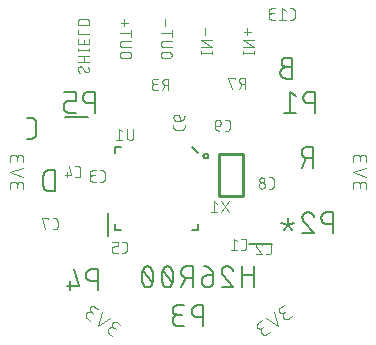
<source format=gbr>
G04 EAGLE Gerber RS-274X export*
G75*
%MOMM*%
%FSLAX34Y34*%
%LPD*%
%INSilkscreen Bottom*%
%IPPOS*%
%AMOC8*
5,1,8,0,0,1.08239X$1,22.5*%
G01*
%ADD10C,0.152400*%
%ADD11C,0.101600*%
%ADD12C,0.076200*%
%ADD13C,0.127000*%
%ADD14C,0.254000*%


D10*
X434340Y435328D02*
X429401Y435328D01*
X429261Y435326D01*
X429122Y435320D01*
X428982Y435310D01*
X428843Y435296D01*
X428704Y435279D01*
X428566Y435257D01*
X428429Y435231D01*
X428292Y435202D01*
X428156Y435169D01*
X428022Y435132D01*
X427888Y435091D01*
X427756Y435046D01*
X427624Y434997D01*
X427495Y434945D01*
X427367Y434890D01*
X427240Y434830D01*
X427115Y434767D01*
X426992Y434701D01*
X426871Y434631D01*
X426752Y434558D01*
X426635Y434481D01*
X426521Y434401D01*
X426408Y434318D01*
X426298Y434232D01*
X426191Y434142D01*
X426086Y434050D01*
X425984Y433955D01*
X425884Y433857D01*
X425787Y433756D01*
X425693Y433652D01*
X425603Y433546D01*
X425515Y433437D01*
X425430Y433326D01*
X425349Y433212D01*
X425270Y433097D01*
X425195Y432979D01*
X425124Y432859D01*
X425056Y432736D01*
X424991Y432613D01*
X424930Y432487D01*
X424872Y432359D01*
X424818Y432231D01*
X424768Y432100D01*
X424721Y431968D01*
X424678Y431835D01*
X424639Y431701D01*
X424604Y431566D01*
X424573Y431430D01*
X424545Y431292D01*
X424522Y431155D01*
X424502Y431016D01*
X424486Y430877D01*
X424474Y430738D01*
X424466Y430599D01*
X424462Y430459D01*
X424462Y430319D01*
X424466Y430179D01*
X424474Y430040D01*
X424486Y429901D01*
X424502Y429762D01*
X424522Y429623D01*
X424545Y429486D01*
X424573Y429348D01*
X424604Y429212D01*
X424639Y429077D01*
X424678Y428943D01*
X424721Y428810D01*
X424768Y428678D01*
X424818Y428547D01*
X424872Y428419D01*
X424930Y428291D01*
X424991Y428165D01*
X425056Y428042D01*
X425124Y427920D01*
X425195Y427799D01*
X425270Y427681D01*
X425349Y427566D01*
X425430Y427452D01*
X425515Y427341D01*
X425603Y427232D01*
X425693Y427126D01*
X425787Y427022D01*
X425884Y426921D01*
X425984Y426823D01*
X426086Y426728D01*
X426191Y426636D01*
X426298Y426546D01*
X426408Y426460D01*
X426521Y426377D01*
X426635Y426297D01*
X426752Y426220D01*
X426871Y426147D01*
X426992Y426077D01*
X427115Y426011D01*
X427240Y425948D01*
X427367Y425888D01*
X427495Y425833D01*
X427624Y425781D01*
X427756Y425732D01*
X427888Y425687D01*
X428022Y425646D01*
X428156Y425609D01*
X428292Y425576D01*
X428429Y425547D01*
X428566Y425521D01*
X428704Y425499D01*
X428843Y425482D01*
X428982Y425468D01*
X429122Y425458D01*
X429261Y425452D01*
X429401Y425450D01*
X434340Y425450D01*
X434340Y443230D01*
X429401Y443230D01*
X429277Y443228D01*
X429153Y443222D01*
X429029Y443212D01*
X428906Y443199D01*
X428783Y443181D01*
X428661Y443160D01*
X428539Y443135D01*
X428418Y443106D01*
X428299Y443073D01*
X428180Y443037D01*
X428063Y442996D01*
X427947Y442953D01*
X427832Y442905D01*
X427719Y442854D01*
X427607Y442799D01*
X427498Y442741D01*
X427390Y442680D01*
X427284Y442615D01*
X427180Y442547D01*
X427079Y442475D01*
X426979Y442401D01*
X426883Y442323D01*
X426788Y442243D01*
X426696Y442159D01*
X426607Y442073D01*
X426521Y441984D01*
X426437Y441892D01*
X426357Y441797D01*
X426279Y441701D01*
X426205Y441601D01*
X426133Y441500D01*
X426065Y441396D01*
X426000Y441290D01*
X425939Y441182D01*
X425881Y441073D01*
X425826Y440961D01*
X425775Y440848D01*
X425727Y440733D01*
X425684Y440617D01*
X425643Y440500D01*
X425607Y440381D01*
X425574Y440262D01*
X425545Y440141D01*
X425520Y440019D01*
X425499Y439897D01*
X425481Y439774D01*
X425468Y439651D01*
X425458Y439527D01*
X425452Y439403D01*
X425450Y439279D01*
X425452Y439155D01*
X425458Y439031D01*
X425468Y438907D01*
X425481Y438784D01*
X425499Y438661D01*
X425520Y438539D01*
X425545Y438417D01*
X425574Y438296D01*
X425607Y438177D01*
X425643Y438058D01*
X425684Y437941D01*
X425727Y437825D01*
X425775Y437710D01*
X425826Y437597D01*
X425881Y437485D01*
X425939Y437376D01*
X426000Y437268D01*
X426065Y437162D01*
X426133Y437058D01*
X426205Y436957D01*
X426279Y436857D01*
X426357Y436761D01*
X426437Y436666D01*
X426521Y436574D01*
X426607Y436485D01*
X426696Y436399D01*
X426788Y436315D01*
X426883Y436235D01*
X426979Y436157D01*
X427079Y436083D01*
X427180Y436011D01*
X427284Y435943D01*
X427390Y435878D01*
X427498Y435817D01*
X427607Y435759D01*
X427719Y435704D01*
X427832Y435653D01*
X427947Y435605D01*
X428063Y435562D01*
X428180Y435521D01*
X428299Y435485D01*
X428418Y435452D01*
X428539Y435423D01*
X428661Y435398D01*
X428783Y435377D01*
X428906Y435359D01*
X429029Y435346D01*
X429153Y435336D01*
X429277Y435330D01*
X429401Y435328D01*
X452374Y367792D02*
X452374Y350012D01*
X452374Y367792D02*
X447435Y367792D01*
X447295Y367790D01*
X447156Y367784D01*
X447016Y367774D01*
X446877Y367760D01*
X446738Y367743D01*
X446600Y367721D01*
X446463Y367695D01*
X446326Y367666D01*
X446190Y367633D01*
X446056Y367596D01*
X445922Y367555D01*
X445790Y367510D01*
X445658Y367461D01*
X445529Y367409D01*
X445401Y367354D01*
X445274Y367294D01*
X445149Y367231D01*
X445026Y367165D01*
X444905Y367095D01*
X444786Y367022D01*
X444669Y366945D01*
X444555Y366865D01*
X444442Y366782D01*
X444332Y366696D01*
X444225Y366606D01*
X444120Y366514D01*
X444018Y366419D01*
X443918Y366321D01*
X443821Y366220D01*
X443727Y366116D01*
X443637Y366010D01*
X443549Y365901D01*
X443464Y365790D01*
X443383Y365676D01*
X443304Y365561D01*
X443229Y365443D01*
X443158Y365323D01*
X443090Y365200D01*
X443025Y365077D01*
X442964Y364951D01*
X442906Y364823D01*
X442852Y364695D01*
X442802Y364564D01*
X442755Y364432D01*
X442712Y364299D01*
X442673Y364165D01*
X442638Y364030D01*
X442607Y363894D01*
X442579Y363756D01*
X442556Y363619D01*
X442536Y363480D01*
X442520Y363341D01*
X442508Y363202D01*
X442500Y363063D01*
X442496Y362923D01*
X442496Y362783D01*
X442500Y362643D01*
X442508Y362504D01*
X442520Y362365D01*
X442536Y362226D01*
X442556Y362087D01*
X442579Y361950D01*
X442607Y361812D01*
X442638Y361676D01*
X442673Y361541D01*
X442712Y361407D01*
X442755Y361274D01*
X442802Y361142D01*
X442852Y361011D01*
X442906Y360883D01*
X442964Y360755D01*
X443025Y360629D01*
X443090Y360506D01*
X443158Y360384D01*
X443229Y360263D01*
X443304Y360145D01*
X443383Y360030D01*
X443464Y359916D01*
X443549Y359805D01*
X443637Y359696D01*
X443727Y359590D01*
X443821Y359486D01*
X443918Y359385D01*
X444018Y359287D01*
X444120Y359192D01*
X444225Y359100D01*
X444332Y359010D01*
X444442Y358924D01*
X444555Y358841D01*
X444669Y358761D01*
X444786Y358684D01*
X444905Y358611D01*
X445026Y358541D01*
X445149Y358475D01*
X445274Y358412D01*
X445401Y358352D01*
X445529Y358297D01*
X445658Y358245D01*
X445790Y358196D01*
X445922Y358151D01*
X446056Y358110D01*
X446190Y358073D01*
X446326Y358040D01*
X446463Y358011D01*
X446600Y357985D01*
X446738Y357963D01*
X446877Y357946D01*
X447016Y357932D01*
X447156Y357922D01*
X447295Y357916D01*
X447435Y357914D01*
X452374Y357914D01*
X446447Y357914D02*
X442496Y350012D01*
X233680Y347980D02*
X233680Y330200D01*
X233680Y347980D02*
X228741Y347980D01*
X228602Y347978D01*
X228464Y347972D01*
X228326Y347963D01*
X228188Y347949D01*
X228051Y347932D01*
X227914Y347910D01*
X227777Y347885D01*
X227642Y347856D01*
X227507Y347823D01*
X227374Y347787D01*
X227241Y347747D01*
X227110Y347703D01*
X226980Y347655D01*
X226851Y347604D01*
X226724Y347549D01*
X226598Y347491D01*
X226474Y347429D01*
X226352Y347364D01*
X226232Y347295D01*
X226113Y347223D01*
X225997Y347148D01*
X225883Y347069D01*
X225771Y346987D01*
X225662Y346902D01*
X225554Y346815D01*
X225450Y346724D01*
X225348Y346630D01*
X225249Y346533D01*
X225152Y346434D01*
X225058Y346332D01*
X224967Y346228D01*
X224880Y346120D01*
X224795Y346011D01*
X224713Y345899D01*
X224634Y345785D01*
X224559Y345669D01*
X224487Y345550D01*
X224418Y345430D01*
X224353Y345308D01*
X224291Y345184D01*
X224233Y345058D01*
X224178Y344931D01*
X224127Y344802D01*
X224079Y344672D01*
X224035Y344541D01*
X223995Y344408D01*
X223959Y344275D01*
X223926Y344140D01*
X223897Y344005D01*
X223872Y343868D01*
X223850Y343731D01*
X223833Y343594D01*
X223819Y343456D01*
X223810Y343318D01*
X223804Y343180D01*
X223802Y343041D01*
X223802Y335139D01*
X223804Y335000D01*
X223810Y334862D01*
X223819Y334724D01*
X223833Y334586D01*
X223850Y334449D01*
X223872Y334312D01*
X223897Y334175D01*
X223926Y334040D01*
X223959Y333905D01*
X223995Y333772D01*
X224035Y333639D01*
X224079Y333508D01*
X224127Y333378D01*
X224178Y333249D01*
X224233Y333122D01*
X224291Y332996D01*
X224353Y332872D01*
X224418Y332750D01*
X224487Y332630D01*
X224559Y332511D01*
X224634Y332395D01*
X224713Y332281D01*
X224795Y332169D01*
X224880Y332060D01*
X224967Y331952D01*
X225058Y331848D01*
X225152Y331746D01*
X225249Y331647D01*
X225348Y331550D01*
X225450Y331456D01*
X225554Y331365D01*
X225662Y331278D01*
X225771Y331193D01*
X225883Y331111D01*
X225997Y331032D01*
X226113Y330957D01*
X226232Y330885D01*
X226352Y330816D01*
X226474Y330751D01*
X226598Y330689D01*
X226724Y330631D01*
X226851Y330576D01*
X226980Y330525D01*
X227110Y330477D01*
X227241Y330433D01*
X227374Y330393D01*
X227507Y330357D01*
X227642Y330324D01*
X227777Y330295D01*
X227914Y330270D01*
X228051Y330248D01*
X228188Y330231D01*
X228326Y330217D01*
X228464Y330208D01*
X228602Y330202D01*
X228741Y330200D01*
X233680Y330200D01*
X213727Y374650D02*
X209776Y374650D01*
X213727Y374650D02*
X213851Y374652D01*
X213975Y374658D01*
X214099Y374668D01*
X214222Y374681D01*
X214345Y374699D01*
X214467Y374720D01*
X214589Y374745D01*
X214710Y374774D01*
X214829Y374807D01*
X214948Y374843D01*
X215065Y374884D01*
X215181Y374927D01*
X215296Y374975D01*
X215409Y375026D01*
X215521Y375081D01*
X215630Y375139D01*
X215738Y375200D01*
X215844Y375265D01*
X215948Y375333D01*
X216049Y375405D01*
X216149Y375479D01*
X216245Y375557D01*
X216340Y375637D01*
X216432Y375721D01*
X216521Y375807D01*
X216607Y375896D01*
X216691Y375988D01*
X216771Y376083D01*
X216849Y376179D01*
X216923Y376279D01*
X216995Y376380D01*
X217063Y376484D01*
X217128Y376590D01*
X217189Y376698D01*
X217247Y376807D01*
X217302Y376919D01*
X217353Y377032D01*
X217401Y377147D01*
X217444Y377263D01*
X217485Y377380D01*
X217521Y377499D01*
X217554Y377618D01*
X217583Y377739D01*
X217608Y377861D01*
X217629Y377983D01*
X217647Y378106D01*
X217660Y378229D01*
X217670Y378353D01*
X217676Y378477D01*
X217678Y378601D01*
X217678Y388479D01*
X217676Y388603D01*
X217670Y388727D01*
X217660Y388851D01*
X217647Y388974D01*
X217629Y389097D01*
X217608Y389219D01*
X217583Y389341D01*
X217554Y389462D01*
X217521Y389581D01*
X217485Y389700D01*
X217444Y389817D01*
X217401Y389933D01*
X217353Y390048D01*
X217302Y390161D01*
X217247Y390273D01*
X217189Y390382D01*
X217128Y390490D01*
X217063Y390596D01*
X216995Y390700D01*
X216923Y390801D01*
X216849Y390901D01*
X216771Y390997D01*
X216691Y391092D01*
X216607Y391184D01*
X216521Y391273D01*
X216432Y391359D01*
X216340Y391443D01*
X216245Y391523D01*
X216149Y391601D01*
X216049Y391675D01*
X215948Y391747D01*
X215844Y391815D01*
X215738Y391880D01*
X215630Y391941D01*
X215521Y391999D01*
X215409Y392054D01*
X215296Y392105D01*
X215182Y392153D01*
X215065Y392196D01*
X214948Y392237D01*
X214829Y392273D01*
X214710Y392306D01*
X214589Y392335D01*
X214467Y392360D01*
X214345Y392381D01*
X214222Y392399D01*
X214099Y392412D01*
X213975Y392422D01*
X213851Y392428D01*
X213727Y392430D01*
X209776Y392430D01*
D11*
X485558Y334770D02*
X485558Y331524D01*
X485558Y334770D02*
X485560Y334883D01*
X485566Y334996D01*
X485576Y335109D01*
X485590Y335222D01*
X485607Y335334D01*
X485629Y335445D01*
X485654Y335555D01*
X485684Y335665D01*
X485717Y335773D01*
X485754Y335880D01*
X485794Y335986D01*
X485839Y336090D01*
X485887Y336193D01*
X485938Y336294D01*
X485993Y336393D01*
X486051Y336490D01*
X486113Y336585D01*
X486178Y336678D01*
X486246Y336768D01*
X486317Y336856D01*
X486392Y336942D01*
X486469Y337025D01*
X486549Y337105D01*
X486632Y337182D01*
X486718Y337257D01*
X486806Y337328D01*
X486896Y337396D01*
X486989Y337461D01*
X487084Y337523D01*
X487181Y337581D01*
X487280Y337636D01*
X487381Y337687D01*
X487484Y337735D01*
X487588Y337780D01*
X487694Y337820D01*
X487801Y337857D01*
X487909Y337890D01*
X488019Y337920D01*
X488129Y337945D01*
X488240Y337967D01*
X488352Y337984D01*
X488465Y337998D01*
X488578Y338008D01*
X488691Y338014D01*
X488804Y338016D01*
X488917Y338014D01*
X489030Y338008D01*
X489143Y337998D01*
X489256Y337984D01*
X489368Y337967D01*
X489479Y337945D01*
X489589Y337920D01*
X489699Y337890D01*
X489807Y337857D01*
X489914Y337820D01*
X490020Y337780D01*
X490124Y337735D01*
X490227Y337687D01*
X490328Y337636D01*
X490427Y337581D01*
X490524Y337523D01*
X490619Y337461D01*
X490712Y337396D01*
X490802Y337328D01*
X490890Y337257D01*
X490976Y337182D01*
X491059Y337105D01*
X491139Y337025D01*
X491216Y336942D01*
X491291Y336856D01*
X491362Y336768D01*
X491430Y336678D01*
X491495Y336585D01*
X491557Y336490D01*
X491615Y336393D01*
X491670Y336294D01*
X491721Y336193D01*
X491769Y336090D01*
X491814Y335986D01*
X491854Y335880D01*
X491891Y335773D01*
X491924Y335665D01*
X491954Y335555D01*
X491979Y335445D01*
X492001Y335334D01*
X492018Y335222D01*
X492032Y335109D01*
X492042Y334996D01*
X492048Y334883D01*
X492050Y334770D01*
X497242Y335419D02*
X497242Y331524D01*
X497242Y335419D02*
X497240Y335520D01*
X497234Y335620D01*
X497224Y335720D01*
X497211Y335820D01*
X497193Y335919D01*
X497172Y336018D01*
X497147Y336115D01*
X497118Y336212D01*
X497085Y336307D01*
X497049Y336401D01*
X497009Y336493D01*
X496966Y336584D01*
X496919Y336673D01*
X496869Y336760D01*
X496815Y336846D01*
X496758Y336929D01*
X496698Y337009D01*
X496635Y337088D01*
X496568Y337164D01*
X496499Y337237D01*
X496427Y337307D01*
X496353Y337375D01*
X496276Y337440D01*
X496196Y337501D01*
X496114Y337560D01*
X496030Y337615D01*
X495944Y337667D01*
X495856Y337716D01*
X495766Y337761D01*
X495674Y337803D01*
X495581Y337841D01*
X495486Y337875D01*
X495391Y337906D01*
X495294Y337933D01*
X495196Y337956D01*
X495097Y337976D01*
X494997Y337991D01*
X494897Y338003D01*
X494797Y338011D01*
X494696Y338015D01*
X494596Y338015D01*
X494495Y338011D01*
X494395Y338003D01*
X494295Y337991D01*
X494195Y337976D01*
X494096Y337956D01*
X493998Y337933D01*
X493901Y337906D01*
X493806Y337875D01*
X493711Y337841D01*
X493618Y337803D01*
X493526Y337761D01*
X493436Y337716D01*
X493348Y337667D01*
X493262Y337615D01*
X493178Y337560D01*
X493096Y337501D01*
X493016Y337440D01*
X492939Y337375D01*
X492865Y337307D01*
X492793Y337237D01*
X492724Y337164D01*
X492657Y337088D01*
X492594Y337009D01*
X492534Y336929D01*
X492477Y336846D01*
X492423Y336760D01*
X492373Y336673D01*
X492326Y336584D01*
X492283Y336493D01*
X492243Y336401D01*
X492207Y336307D01*
X492174Y336212D01*
X492145Y336115D01*
X492120Y336018D01*
X492099Y335919D01*
X492081Y335820D01*
X492068Y335720D01*
X492058Y335620D01*
X492052Y335520D01*
X492050Y335419D01*
X492049Y335419D02*
X492049Y332823D01*
X497242Y342305D02*
X485558Y346200D01*
X497242Y350095D01*
X485558Y354384D02*
X485558Y357630D01*
X485560Y357743D01*
X485566Y357856D01*
X485576Y357969D01*
X485590Y358082D01*
X485607Y358194D01*
X485629Y358305D01*
X485654Y358415D01*
X485684Y358525D01*
X485717Y358633D01*
X485754Y358740D01*
X485794Y358846D01*
X485839Y358950D01*
X485887Y359053D01*
X485938Y359154D01*
X485993Y359253D01*
X486051Y359350D01*
X486113Y359445D01*
X486178Y359538D01*
X486246Y359628D01*
X486317Y359716D01*
X486392Y359802D01*
X486469Y359885D01*
X486549Y359965D01*
X486632Y360042D01*
X486718Y360117D01*
X486806Y360188D01*
X486896Y360256D01*
X486989Y360321D01*
X487084Y360383D01*
X487181Y360441D01*
X487280Y360496D01*
X487381Y360547D01*
X487484Y360595D01*
X487588Y360640D01*
X487694Y360680D01*
X487801Y360717D01*
X487909Y360750D01*
X488019Y360780D01*
X488129Y360805D01*
X488240Y360827D01*
X488352Y360844D01*
X488465Y360858D01*
X488578Y360868D01*
X488691Y360874D01*
X488804Y360876D01*
X488917Y360874D01*
X489030Y360868D01*
X489143Y360858D01*
X489256Y360844D01*
X489368Y360827D01*
X489479Y360805D01*
X489589Y360780D01*
X489699Y360750D01*
X489807Y360717D01*
X489914Y360680D01*
X490020Y360640D01*
X490124Y360595D01*
X490227Y360547D01*
X490328Y360496D01*
X490427Y360441D01*
X490524Y360383D01*
X490619Y360321D01*
X490712Y360256D01*
X490802Y360188D01*
X490890Y360117D01*
X490976Y360042D01*
X491059Y359965D01*
X491139Y359885D01*
X491216Y359802D01*
X491291Y359716D01*
X491362Y359628D01*
X491430Y359538D01*
X491495Y359445D01*
X491557Y359350D01*
X491615Y359253D01*
X491670Y359154D01*
X491721Y359053D01*
X491769Y358950D01*
X491814Y358846D01*
X491854Y358740D01*
X491891Y358633D01*
X491924Y358525D01*
X491954Y358415D01*
X491979Y358305D01*
X492001Y358194D01*
X492018Y358082D01*
X492032Y357969D01*
X492042Y357856D01*
X492048Y357743D01*
X492050Y357630D01*
X497242Y358279D02*
X497242Y354384D01*
X497242Y358279D02*
X497240Y358380D01*
X497234Y358480D01*
X497224Y358580D01*
X497211Y358680D01*
X497193Y358779D01*
X497172Y358878D01*
X497147Y358975D01*
X497118Y359072D01*
X497085Y359167D01*
X497049Y359261D01*
X497009Y359353D01*
X496966Y359444D01*
X496919Y359533D01*
X496869Y359620D01*
X496815Y359706D01*
X496758Y359789D01*
X496698Y359869D01*
X496635Y359948D01*
X496568Y360024D01*
X496499Y360097D01*
X496427Y360167D01*
X496353Y360235D01*
X496276Y360300D01*
X496196Y360361D01*
X496114Y360420D01*
X496030Y360475D01*
X495944Y360527D01*
X495856Y360576D01*
X495766Y360621D01*
X495674Y360663D01*
X495581Y360701D01*
X495486Y360735D01*
X495391Y360766D01*
X495294Y360793D01*
X495196Y360816D01*
X495097Y360836D01*
X494997Y360851D01*
X494897Y360863D01*
X494797Y360871D01*
X494696Y360875D01*
X494596Y360875D01*
X494495Y360871D01*
X494395Y360863D01*
X494295Y360851D01*
X494195Y360836D01*
X494096Y360816D01*
X493998Y360793D01*
X493901Y360766D01*
X493806Y360735D01*
X493711Y360701D01*
X493618Y360663D01*
X493526Y360621D01*
X493436Y360576D01*
X493348Y360527D01*
X493262Y360475D01*
X493178Y360420D01*
X493096Y360361D01*
X493016Y360300D01*
X492939Y360235D01*
X492865Y360167D01*
X492793Y360097D01*
X492724Y360024D01*
X492657Y359948D01*
X492594Y359869D01*
X492534Y359789D01*
X492477Y359706D01*
X492423Y359620D01*
X492373Y359533D01*
X492326Y359444D01*
X492283Y359353D01*
X492243Y359261D01*
X492207Y359167D01*
X492174Y359072D01*
X492145Y358975D01*
X492120Y358878D01*
X492099Y358779D01*
X492081Y358680D01*
X492068Y358580D01*
X492058Y358480D01*
X492052Y358380D01*
X492050Y358279D01*
X492049Y358279D02*
X492049Y355683D01*
X434172Y224132D02*
X431514Y222270D01*
X431420Y222207D01*
X431324Y222147D01*
X431226Y222090D01*
X431126Y222037D01*
X431024Y221987D01*
X430920Y221941D01*
X430815Y221899D01*
X430709Y221860D01*
X430601Y221825D01*
X430492Y221794D01*
X430382Y221766D01*
X430271Y221743D01*
X430160Y221723D01*
X430048Y221707D01*
X429935Y221695D01*
X429822Y221687D01*
X429709Y221683D01*
X429595Y221683D01*
X429482Y221687D01*
X429369Y221695D01*
X429256Y221707D01*
X429144Y221723D01*
X429033Y221743D01*
X428922Y221766D01*
X428812Y221794D01*
X428703Y221825D01*
X428595Y221860D01*
X428489Y221899D01*
X428384Y221941D01*
X428280Y221987D01*
X428178Y222037D01*
X428078Y222090D01*
X427980Y222147D01*
X427884Y222207D01*
X427790Y222270D01*
X427699Y222337D01*
X427609Y222406D01*
X427522Y222479D01*
X427438Y222555D01*
X427357Y222634D01*
X427278Y222715D01*
X427202Y222799D01*
X427129Y222886D01*
X427060Y222976D01*
X426993Y223067D01*
X426930Y223161D01*
X426870Y223257D01*
X426813Y223355D01*
X426760Y223455D01*
X426710Y223557D01*
X426664Y223661D01*
X426622Y223766D01*
X426583Y223872D01*
X426548Y223980D01*
X426517Y224089D01*
X426489Y224199D01*
X426466Y224310D01*
X426446Y224421D01*
X426430Y224533D01*
X426418Y224646D01*
X426410Y224759D01*
X426406Y224872D01*
X426406Y224986D01*
X426410Y225099D01*
X426418Y225212D01*
X426430Y225325D01*
X426446Y225437D01*
X426466Y225548D01*
X426489Y225659D01*
X426517Y225769D01*
X426548Y225878D01*
X426583Y225986D01*
X426622Y226092D01*
X426664Y226197D01*
X426710Y226301D01*
X426760Y226403D01*
X426813Y226503D01*
X426870Y226601D01*
X426930Y226697D01*
X426993Y226791D01*
X427060Y226882D01*
X427129Y226972D01*
X427202Y227059D01*
X427278Y227143D01*
X427357Y227224D01*
X427438Y227303D01*
X427522Y227379D01*
X427609Y227452D01*
X427699Y227521D01*
X427790Y227588D01*
X424280Y231469D02*
X427471Y233703D01*
X424281Y231469D02*
X424200Y231409D01*
X424121Y231347D01*
X424044Y231281D01*
X423970Y231213D01*
X423899Y231142D01*
X423831Y231068D01*
X423765Y230991D01*
X423703Y230912D01*
X423643Y230831D01*
X423587Y230747D01*
X423534Y230662D01*
X423485Y230574D01*
X423439Y230485D01*
X423396Y230393D01*
X423357Y230300D01*
X423322Y230206D01*
X423290Y230111D01*
X423262Y230014D01*
X423238Y229916D01*
X423218Y229818D01*
X423201Y229718D01*
X423189Y229618D01*
X423180Y229518D01*
X423175Y229417D01*
X423174Y229317D01*
X423177Y229216D01*
X423184Y229116D01*
X423195Y229016D01*
X423209Y228916D01*
X423228Y228817D01*
X423250Y228719D01*
X423276Y228622D01*
X423306Y228525D01*
X423339Y228431D01*
X423376Y228337D01*
X423417Y228245D01*
X423462Y228154D01*
X423509Y228066D01*
X423561Y227979D01*
X423615Y227895D01*
X423673Y227812D01*
X423734Y227732D01*
X423798Y227654D01*
X423865Y227579D01*
X423934Y227506D01*
X424007Y227437D01*
X424082Y227370D01*
X424160Y227306D01*
X424240Y227245D01*
X424323Y227187D01*
X424407Y227133D01*
X424494Y227081D01*
X424582Y227034D01*
X424673Y226989D01*
X424765Y226948D01*
X424858Y226911D01*
X424953Y226878D01*
X425050Y226848D01*
X425147Y226822D01*
X425245Y226800D01*
X425344Y226781D01*
X425444Y226767D01*
X425544Y226756D01*
X425644Y226749D01*
X425745Y226746D01*
X425845Y226747D01*
X425946Y226752D01*
X426046Y226761D01*
X426146Y226773D01*
X426246Y226790D01*
X426344Y226810D01*
X426442Y226834D01*
X426539Y226862D01*
X426634Y226894D01*
X426728Y226929D01*
X426821Y226968D01*
X426913Y227011D01*
X427002Y227057D01*
X427090Y227106D01*
X427175Y227159D01*
X427259Y227215D01*
X429386Y228705D01*
X418640Y227519D02*
X422151Y215714D01*
X412259Y223052D01*
X415447Y211020D02*
X412788Y209158D01*
X412694Y209095D01*
X412598Y209035D01*
X412500Y208978D01*
X412400Y208925D01*
X412298Y208875D01*
X412194Y208829D01*
X412089Y208787D01*
X411983Y208748D01*
X411875Y208713D01*
X411766Y208682D01*
X411656Y208654D01*
X411545Y208631D01*
X411434Y208611D01*
X411322Y208595D01*
X411209Y208583D01*
X411096Y208575D01*
X410983Y208571D01*
X410869Y208571D01*
X410756Y208575D01*
X410643Y208583D01*
X410530Y208595D01*
X410418Y208611D01*
X410307Y208631D01*
X410196Y208654D01*
X410086Y208682D01*
X409977Y208713D01*
X409869Y208748D01*
X409763Y208787D01*
X409658Y208829D01*
X409554Y208875D01*
X409452Y208925D01*
X409352Y208978D01*
X409254Y209035D01*
X409158Y209095D01*
X409064Y209158D01*
X408973Y209225D01*
X408883Y209294D01*
X408796Y209367D01*
X408712Y209443D01*
X408631Y209522D01*
X408552Y209603D01*
X408476Y209687D01*
X408403Y209774D01*
X408334Y209864D01*
X408267Y209955D01*
X408204Y210049D01*
X408144Y210145D01*
X408087Y210243D01*
X408034Y210343D01*
X407984Y210445D01*
X407938Y210549D01*
X407896Y210654D01*
X407857Y210760D01*
X407822Y210868D01*
X407791Y210977D01*
X407763Y211087D01*
X407740Y211198D01*
X407720Y211309D01*
X407704Y211421D01*
X407692Y211534D01*
X407684Y211647D01*
X407680Y211760D01*
X407680Y211874D01*
X407684Y211987D01*
X407692Y212100D01*
X407704Y212213D01*
X407720Y212325D01*
X407740Y212436D01*
X407763Y212547D01*
X407791Y212657D01*
X407822Y212766D01*
X407857Y212874D01*
X407896Y212980D01*
X407938Y213085D01*
X407984Y213189D01*
X408034Y213291D01*
X408087Y213391D01*
X408144Y213489D01*
X408204Y213585D01*
X408267Y213679D01*
X408334Y213770D01*
X408403Y213860D01*
X408476Y213947D01*
X408552Y214031D01*
X408631Y214112D01*
X408712Y214191D01*
X408796Y214267D01*
X408883Y214340D01*
X408973Y214409D01*
X409064Y214476D01*
X405555Y218357D02*
X408745Y220591D01*
X405555Y218357D02*
X405474Y218297D01*
X405395Y218235D01*
X405318Y218169D01*
X405244Y218101D01*
X405173Y218030D01*
X405105Y217956D01*
X405039Y217879D01*
X404977Y217800D01*
X404917Y217719D01*
X404861Y217635D01*
X404808Y217550D01*
X404759Y217462D01*
X404713Y217373D01*
X404670Y217281D01*
X404631Y217188D01*
X404596Y217094D01*
X404564Y216999D01*
X404536Y216902D01*
X404512Y216804D01*
X404492Y216706D01*
X404475Y216606D01*
X404463Y216506D01*
X404454Y216406D01*
X404449Y216305D01*
X404448Y216205D01*
X404451Y216104D01*
X404458Y216004D01*
X404469Y215904D01*
X404483Y215804D01*
X404502Y215705D01*
X404524Y215607D01*
X404550Y215510D01*
X404580Y215413D01*
X404613Y215319D01*
X404650Y215225D01*
X404691Y215133D01*
X404736Y215042D01*
X404783Y214954D01*
X404835Y214867D01*
X404889Y214783D01*
X404947Y214700D01*
X405008Y214620D01*
X405072Y214542D01*
X405139Y214467D01*
X405208Y214394D01*
X405281Y214325D01*
X405356Y214258D01*
X405434Y214194D01*
X405514Y214133D01*
X405597Y214075D01*
X405681Y214021D01*
X405768Y213969D01*
X405856Y213922D01*
X405947Y213877D01*
X406039Y213836D01*
X406132Y213799D01*
X406227Y213766D01*
X406324Y213736D01*
X406421Y213710D01*
X406519Y213688D01*
X406618Y213669D01*
X406718Y213655D01*
X406818Y213644D01*
X406918Y213637D01*
X407019Y213634D01*
X407119Y213635D01*
X407220Y213640D01*
X407320Y213649D01*
X407420Y213661D01*
X407520Y213678D01*
X407618Y213698D01*
X407716Y213722D01*
X407813Y213750D01*
X407908Y213782D01*
X408002Y213817D01*
X408095Y213856D01*
X408187Y213899D01*
X408276Y213945D01*
X408364Y213994D01*
X408449Y214047D01*
X408533Y214103D01*
X410660Y215593D01*
X282271Y207297D02*
X279612Y209159D01*
X279612Y209158D02*
X279521Y209225D01*
X279431Y209294D01*
X279344Y209367D01*
X279260Y209443D01*
X279179Y209522D01*
X279100Y209603D01*
X279024Y209687D01*
X278951Y209774D01*
X278882Y209864D01*
X278815Y209955D01*
X278752Y210049D01*
X278692Y210145D01*
X278635Y210243D01*
X278582Y210343D01*
X278532Y210445D01*
X278486Y210549D01*
X278444Y210654D01*
X278405Y210760D01*
X278370Y210868D01*
X278339Y210977D01*
X278311Y211087D01*
X278288Y211198D01*
X278268Y211309D01*
X278252Y211421D01*
X278240Y211534D01*
X278232Y211647D01*
X278228Y211760D01*
X278228Y211874D01*
X278232Y211987D01*
X278240Y212100D01*
X278252Y212213D01*
X278268Y212325D01*
X278288Y212436D01*
X278311Y212547D01*
X278339Y212657D01*
X278370Y212766D01*
X278405Y212874D01*
X278444Y212980D01*
X278486Y213085D01*
X278532Y213189D01*
X278582Y213291D01*
X278635Y213391D01*
X278692Y213489D01*
X278752Y213585D01*
X278815Y213679D01*
X278882Y213770D01*
X278951Y213860D01*
X279024Y213947D01*
X279100Y214031D01*
X279179Y214112D01*
X279260Y214191D01*
X279344Y214267D01*
X279431Y214340D01*
X279520Y214409D01*
X279612Y214476D01*
X279706Y214539D01*
X279802Y214599D01*
X279900Y214656D01*
X280000Y214709D01*
X280102Y214759D01*
X280206Y214805D01*
X280311Y214847D01*
X280417Y214886D01*
X280525Y214921D01*
X280634Y214952D01*
X280744Y214980D01*
X280855Y215003D01*
X280966Y215023D01*
X281078Y215039D01*
X281191Y215051D01*
X281304Y215059D01*
X281417Y215063D01*
X281531Y215063D01*
X281644Y215059D01*
X281757Y215051D01*
X281870Y215039D01*
X281982Y215023D01*
X282093Y215003D01*
X282204Y214980D01*
X282314Y214952D01*
X282423Y214921D01*
X282531Y214886D01*
X282637Y214847D01*
X282742Y214805D01*
X282846Y214759D01*
X282948Y214709D01*
X283048Y214656D01*
X283146Y214599D01*
X283242Y214539D01*
X283336Y214476D01*
X285782Y219102D02*
X288972Y216868D01*
X285782Y219102D02*
X285698Y219158D01*
X285613Y219211D01*
X285525Y219260D01*
X285436Y219306D01*
X285344Y219349D01*
X285251Y219388D01*
X285157Y219423D01*
X285062Y219455D01*
X284965Y219483D01*
X284867Y219507D01*
X284769Y219527D01*
X284669Y219544D01*
X284569Y219556D01*
X284469Y219565D01*
X284369Y219570D01*
X284268Y219571D01*
X284167Y219568D01*
X284067Y219561D01*
X283967Y219550D01*
X283867Y219536D01*
X283768Y219517D01*
X283670Y219495D01*
X283573Y219469D01*
X283476Y219439D01*
X283382Y219406D01*
X283288Y219369D01*
X283196Y219328D01*
X283105Y219283D01*
X283017Y219236D01*
X282930Y219184D01*
X282846Y219130D01*
X282763Y219072D01*
X282683Y219011D01*
X282605Y218947D01*
X282530Y218880D01*
X282457Y218811D01*
X282388Y218738D01*
X282321Y218663D01*
X282257Y218585D01*
X282196Y218505D01*
X282138Y218422D01*
X282084Y218338D01*
X282032Y218251D01*
X281985Y218163D01*
X281940Y218072D01*
X281899Y217980D01*
X281862Y217886D01*
X281829Y217792D01*
X281799Y217695D01*
X281773Y217598D01*
X281751Y217500D01*
X281732Y217401D01*
X281718Y217301D01*
X281707Y217201D01*
X281700Y217101D01*
X281697Y217000D01*
X281698Y216899D01*
X281703Y216799D01*
X281712Y216699D01*
X281724Y216599D01*
X281741Y216499D01*
X281761Y216401D01*
X281785Y216303D01*
X281813Y216206D01*
X281845Y216111D01*
X281880Y216017D01*
X281919Y215924D01*
X281962Y215832D01*
X282008Y215743D01*
X282057Y215655D01*
X282110Y215570D01*
X282166Y215486D01*
X282226Y215405D01*
X282288Y215326D01*
X282354Y215249D01*
X282422Y215175D01*
X282493Y215104D01*
X282567Y215036D01*
X282644Y214970D01*
X282723Y214908D01*
X282804Y214848D01*
X284930Y213359D01*
X280141Y223052D02*
X270249Y215714D01*
X273761Y227519D01*
X263545Y220409D02*
X260886Y222270D01*
X260795Y222337D01*
X260705Y222406D01*
X260618Y222479D01*
X260534Y222555D01*
X260453Y222634D01*
X260374Y222715D01*
X260298Y222799D01*
X260225Y222886D01*
X260156Y222976D01*
X260089Y223067D01*
X260026Y223161D01*
X259966Y223257D01*
X259909Y223355D01*
X259856Y223455D01*
X259806Y223557D01*
X259760Y223661D01*
X259718Y223766D01*
X259679Y223872D01*
X259644Y223980D01*
X259613Y224089D01*
X259585Y224199D01*
X259562Y224310D01*
X259542Y224421D01*
X259526Y224533D01*
X259514Y224646D01*
X259506Y224759D01*
X259502Y224872D01*
X259502Y224986D01*
X259506Y225099D01*
X259514Y225212D01*
X259526Y225325D01*
X259542Y225437D01*
X259562Y225548D01*
X259585Y225659D01*
X259613Y225769D01*
X259644Y225878D01*
X259679Y225986D01*
X259718Y226092D01*
X259760Y226197D01*
X259806Y226301D01*
X259856Y226403D01*
X259909Y226503D01*
X259966Y226601D01*
X260026Y226697D01*
X260089Y226791D01*
X260156Y226882D01*
X260225Y226972D01*
X260298Y227059D01*
X260374Y227143D01*
X260453Y227224D01*
X260534Y227303D01*
X260618Y227379D01*
X260705Y227452D01*
X260794Y227521D01*
X260886Y227588D01*
X260980Y227651D01*
X261076Y227711D01*
X261174Y227768D01*
X261274Y227821D01*
X261376Y227871D01*
X261480Y227917D01*
X261585Y227959D01*
X261691Y227998D01*
X261799Y228033D01*
X261908Y228064D01*
X262018Y228092D01*
X262129Y228115D01*
X262240Y228135D01*
X262352Y228151D01*
X262465Y228163D01*
X262578Y228171D01*
X262691Y228175D01*
X262805Y228175D01*
X262918Y228171D01*
X263031Y228163D01*
X263144Y228151D01*
X263256Y228135D01*
X263367Y228115D01*
X263478Y228092D01*
X263588Y228064D01*
X263697Y228033D01*
X263805Y227998D01*
X263911Y227959D01*
X264016Y227917D01*
X264120Y227871D01*
X264222Y227821D01*
X264322Y227768D01*
X264420Y227711D01*
X264516Y227651D01*
X264610Y227588D01*
X267056Y232214D02*
X270247Y229980D01*
X267056Y232214D02*
X266972Y232270D01*
X266887Y232323D01*
X266799Y232372D01*
X266710Y232418D01*
X266618Y232461D01*
X266525Y232500D01*
X266431Y232535D01*
X266336Y232567D01*
X266239Y232595D01*
X266141Y232619D01*
X266043Y232639D01*
X265943Y232656D01*
X265843Y232668D01*
X265743Y232677D01*
X265643Y232682D01*
X265542Y232683D01*
X265441Y232680D01*
X265341Y232673D01*
X265241Y232662D01*
X265141Y232648D01*
X265042Y232629D01*
X264944Y232607D01*
X264847Y232581D01*
X264750Y232551D01*
X264656Y232518D01*
X264562Y232481D01*
X264470Y232440D01*
X264379Y232395D01*
X264291Y232348D01*
X264204Y232296D01*
X264120Y232242D01*
X264037Y232184D01*
X263957Y232123D01*
X263879Y232059D01*
X263804Y231992D01*
X263731Y231923D01*
X263662Y231850D01*
X263595Y231775D01*
X263531Y231697D01*
X263470Y231617D01*
X263412Y231534D01*
X263358Y231450D01*
X263306Y231363D01*
X263259Y231275D01*
X263214Y231184D01*
X263173Y231092D01*
X263136Y230998D01*
X263103Y230904D01*
X263073Y230807D01*
X263047Y230710D01*
X263025Y230612D01*
X263006Y230513D01*
X262992Y230413D01*
X262981Y230313D01*
X262974Y230213D01*
X262971Y230112D01*
X262972Y230011D01*
X262977Y229911D01*
X262986Y229811D01*
X262998Y229711D01*
X263015Y229611D01*
X263035Y229513D01*
X263059Y229415D01*
X263087Y229318D01*
X263119Y229223D01*
X263154Y229129D01*
X263193Y229036D01*
X263236Y228944D01*
X263282Y228855D01*
X263331Y228767D01*
X263384Y228682D01*
X263440Y228598D01*
X263500Y228517D01*
X263562Y228438D01*
X263628Y228361D01*
X263696Y228287D01*
X263767Y228216D01*
X263841Y228148D01*
X263918Y228082D01*
X263997Y228020D01*
X264078Y227960D01*
X266205Y226471D01*
X195158Y331524D02*
X195158Y334770D01*
X195160Y334883D01*
X195166Y334996D01*
X195176Y335109D01*
X195190Y335222D01*
X195207Y335334D01*
X195229Y335445D01*
X195254Y335555D01*
X195284Y335665D01*
X195317Y335773D01*
X195354Y335880D01*
X195394Y335986D01*
X195439Y336090D01*
X195487Y336193D01*
X195538Y336294D01*
X195593Y336393D01*
X195651Y336490D01*
X195713Y336585D01*
X195778Y336678D01*
X195846Y336768D01*
X195917Y336856D01*
X195992Y336942D01*
X196069Y337025D01*
X196149Y337105D01*
X196232Y337182D01*
X196318Y337257D01*
X196406Y337328D01*
X196496Y337396D01*
X196589Y337461D01*
X196684Y337523D01*
X196781Y337581D01*
X196880Y337636D01*
X196981Y337687D01*
X197084Y337735D01*
X197188Y337780D01*
X197294Y337820D01*
X197401Y337857D01*
X197509Y337890D01*
X197619Y337920D01*
X197729Y337945D01*
X197840Y337967D01*
X197952Y337984D01*
X198065Y337998D01*
X198178Y338008D01*
X198291Y338014D01*
X198404Y338016D01*
X198517Y338014D01*
X198630Y338008D01*
X198743Y337998D01*
X198856Y337984D01*
X198968Y337967D01*
X199079Y337945D01*
X199189Y337920D01*
X199299Y337890D01*
X199407Y337857D01*
X199514Y337820D01*
X199620Y337780D01*
X199724Y337735D01*
X199827Y337687D01*
X199928Y337636D01*
X200027Y337581D01*
X200124Y337523D01*
X200219Y337461D01*
X200312Y337396D01*
X200402Y337328D01*
X200490Y337257D01*
X200576Y337182D01*
X200659Y337105D01*
X200739Y337025D01*
X200816Y336942D01*
X200891Y336856D01*
X200962Y336768D01*
X201030Y336678D01*
X201095Y336585D01*
X201157Y336490D01*
X201215Y336393D01*
X201270Y336294D01*
X201321Y336193D01*
X201369Y336090D01*
X201414Y335986D01*
X201454Y335880D01*
X201491Y335773D01*
X201524Y335665D01*
X201554Y335555D01*
X201579Y335445D01*
X201601Y335334D01*
X201618Y335222D01*
X201632Y335109D01*
X201642Y334996D01*
X201648Y334883D01*
X201650Y334770D01*
X206842Y335419D02*
X206842Y331524D01*
X206842Y335419D02*
X206840Y335520D01*
X206834Y335620D01*
X206824Y335720D01*
X206811Y335820D01*
X206793Y335919D01*
X206772Y336018D01*
X206747Y336115D01*
X206718Y336212D01*
X206685Y336307D01*
X206649Y336401D01*
X206609Y336493D01*
X206566Y336584D01*
X206519Y336673D01*
X206469Y336760D01*
X206415Y336846D01*
X206358Y336929D01*
X206298Y337009D01*
X206235Y337088D01*
X206168Y337164D01*
X206099Y337237D01*
X206027Y337307D01*
X205953Y337375D01*
X205876Y337440D01*
X205796Y337501D01*
X205714Y337560D01*
X205630Y337615D01*
X205544Y337667D01*
X205456Y337716D01*
X205366Y337761D01*
X205274Y337803D01*
X205181Y337841D01*
X205086Y337875D01*
X204991Y337906D01*
X204894Y337933D01*
X204796Y337956D01*
X204697Y337976D01*
X204597Y337991D01*
X204497Y338003D01*
X204397Y338011D01*
X204296Y338015D01*
X204196Y338015D01*
X204095Y338011D01*
X203995Y338003D01*
X203895Y337991D01*
X203795Y337976D01*
X203696Y337956D01*
X203598Y337933D01*
X203501Y337906D01*
X203406Y337875D01*
X203311Y337841D01*
X203218Y337803D01*
X203126Y337761D01*
X203036Y337716D01*
X202948Y337667D01*
X202862Y337615D01*
X202778Y337560D01*
X202696Y337501D01*
X202616Y337440D01*
X202539Y337375D01*
X202465Y337307D01*
X202393Y337237D01*
X202324Y337164D01*
X202257Y337088D01*
X202194Y337009D01*
X202134Y336929D01*
X202077Y336846D01*
X202023Y336760D01*
X201973Y336673D01*
X201926Y336584D01*
X201883Y336493D01*
X201843Y336401D01*
X201807Y336307D01*
X201774Y336212D01*
X201745Y336115D01*
X201720Y336018D01*
X201699Y335919D01*
X201681Y335820D01*
X201668Y335720D01*
X201658Y335620D01*
X201652Y335520D01*
X201650Y335419D01*
X201649Y335419D02*
X201649Y332823D01*
X206842Y342305D02*
X195158Y346200D01*
X206842Y350095D01*
X195158Y354384D02*
X195158Y357630D01*
X195160Y357743D01*
X195166Y357856D01*
X195176Y357969D01*
X195190Y358082D01*
X195207Y358194D01*
X195229Y358305D01*
X195254Y358415D01*
X195284Y358525D01*
X195317Y358633D01*
X195354Y358740D01*
X195394Y358846D01*
X195439Y358950D01*
X195487Y359053D01*
X195538Y359154D01*
X195593Y359253D01*
X195651Y359350D01*
X195713Y359445D01*
X195778Y359538D01*
X195846Y359628D01*
X195917Y359716D01*
X195992Y359802D01*
X196069Y359885D01*
X196149Y359965D01*
X196232Y360042D01*
X196318Y360117D01*
X196406Y360188D01*
X196496Y360256D01*
X196589Y360321D01*
X196684Y360383D01*
X196781Y360441D01*
X196880Y360496D01*
X196981Y360547D01*
X197084Y360595D01*
X197188Y360640D01*
X197294Y360680D01*
X197401Y360717D01*
X197509Y360750D01*
X197619Y360780D01*
X197729Y360805D01*
X197840Y360827D01*
X197952Y360844D01*
X198065Y360858D01*
X198178Y360868D01*
X198291Y360874D01*
X198404Y360876D01*
X198517Y360874D01*
X198630Y360868D01*
X198743Y360858D01*
X198856Y360844D01*
X198968Y360827D01*
X199079Y360805D01*
X199189Y360780D01*
X199299Y360750D01*
X199407Y360717D01*
X199514Y360680D01*
X199620Y360640D01*
X199724Y360595D01*
X199827Y360547D01*
X199928Y360496D01*
X200027Y360441D01*
X200124Y360383D01*
X200219Y360321D01*
X200312Y360256D01*
X200402Y360188D01*
X200490Y360117D01*
X200576Y360042D01*
X200659Y359965D01*
X200739Y359885D01*
X200816Y359802D01*
X200891Y359716D01*
X200962Y359628D01*
X201030Y359538D01*
X201095Y359445D01*
X201157Y359350D01*
X201215Y359253D01*
X201270Y359154D01*
X201321Y359053D01*
X201369Y358950D01*
X201414Y358846D01*
X201454Y358740D01*
X201491Y358633D01*
X201524Y358525D01*
X201554Y358415D01*
X201579Y358305D01*
X201601Y358194D01*
X201618Y358082D01*
X201632Y357969D01*
X201642Y357856D01*
X201648Y357743D01*
X201650Y357630D01*
X206842Y358279D02*
X206842Y354384D01*
X206842Y358279D02*
X206840Y358380D01*
X206834Y358480D01*
X206824Y358580D01*
X206811Y358680D01*
X206793Y358779D01*
X206772Y358878D01*
X206747Y358975D01*
X206718Y359072D01*
X206685Y359167D01*
X206649Y359261D01*
X206609Y359353D01*
X206566Y359444D01*
X206519Y359533D01*
X206469Y359620D01*
X206415Y359706D01*
X206358Y359789D01*
X206298Y359869D01*
X206235Y359948D01*
X206168Y360024D01*
X206099Y360097D01*
X206027Y360167D01*
X205953Y360235D01*
X205876Y360300D01*
X205796Y360361D01*
X205714Y360420D01*
X205630Y360475D01*
X205544Y360527D01*
X205456Y360576D01*
X205366Y360621D01*
X205274Y360663D01*
X205181Y360701D01*
X205086Y360735D01*
X204991Y360766D01*
X204894Y360793D01*
X204796Y360816D01*
X204697Y360836D01*
X204597Y360851D01*
X204497Y360863D01*
X204397Y360871D01*
X204296Y360875D01*
X204196Y360875D01*
X204095Y360871D01*
X203995Y360863D01*
X203895Y360851D01*
X203795Y360836D01*
X203696Y360816D01*
X203598Y360793D01*
X203501Y360766D01*
X203406Y360735D01*
X203311Y360701D01*
X203218Y360663D01*
X203126Y360621D01*
X203036Y360576D01*
X202948Y360527D01*
X202862Y360475D01*
X202778Y360420D01*
X202696Y360361D01*
X202616Y360300D01*
X202539Y360235D01*
X202465Y360167D01*
X202393Y360097D01*
X202324Y360024D01*
X202257Y359948D01*
X202194Y359869D01*
X202134Y359789D01*
X202077Y359706D01*
X202023Y359620D01*
X201973Y359533D01*
X201926Y359444D01*
X201883Y359353D01*
X201843Y359261D01*
X201807Y359167D01*
X201774Y359072D01*
X201745Y358975D01*
X201720Y358878D01*
X201699Y358779D01*
X201681Y358680D01*
X201668Y358580D01*
X201658Y358480D01*
X201652Y358380D01*
X201650Y358279D01*
X201649Y358279D02*
X201649Y355683D01*
D10*
X453726Y396650D02*
X453726Y414430D01*
X448788Y414430D01*
X448648Y414428D01*
X448509Y414422D01*
X448369Y414412D01*
X448230Y414398D01*
X448091Y414381D01*
X447953Y414359D01*
X447816Y414333D01*
X447679Y414304D01*
X447543Y414271D01*
X447409Y414234D01*
X447275Y414193D01*
X447143Y414148D01*
X447011Y414099D01*
X446882Y414047D01*
X446754Y413992D01*
X446627Y413932D01*
X446502Y413869D01*
X446379Y413803D01*
X446258Y413733D01*
X446139Y413660D01*
X446022Y413583D01*
X445908Y413503D01*
X445795Y413420D01*
X445685Y413334D01*
X445578Y413244D01*
X445473Y413152D01*
X445371Y413057D01*
X445271Y412959D01*
X445174Y412858D01*
X445080Y412754D01*
X444990Y412648D01*
X444902Y412539D01*
X444817Y412428D01*
X444736Y412314D01*
X444657Y412199D01*
X444582Y412081D01*
X444511Y411961D01*
X444443Y411838D01*
X444378Y411715D01*
X444317Y411589D01*
X444259Y411461D01*
X444205Y411333D01*
X444155Y411202D01*
X444108Y411070D01*
X444065Y410937D01*
X444026Y410803D01*
X443991Y410668D01*
X443960Y410532D01*
X443932Y410394D01*
X443909Y410257D01*
X443889Y410118D01*
X443873Y409979D01*
X443861Y409840D01*
X443853Y409701D01*
X443849Y409561D01*
X443849Y409421D01*
X443853Y409281D01*
X443861Y409142D01*
X443873Y409003D01*
X443889Y408864D01*
X443909Y408725D01*
X443932Y408588D01*
X443960Y408450D01*
X443991Y408314D01*
X444026Y408179D01*
X444065Y408045D01*
X444108Y407912D01*
X444155Y407780D01*
X444205Y407649D01*
X444259Y407521D01*
X444317Y407393D01*
X444378Y407267D01*
X444443Y407144D01*
X444511Y407022D01*
X444582Y406901D01*
X444657Y406783D01*
X444736Y406668D01*
X444817Y406554D01*
X444902Y406443D01*
X444990Y406334D01*
X445080Y406228D01*
X445174Y406124D01*
X445271Y406023D01*
X445371Y405925D01*
X445473Y405830D01*
X445578Y405738D01*
X445685Y405648D01*
X445795Y405562D01*
X445908Y405479D01*
X446022Y405399D01*
X446139Y405322D01*
X446258Y405249D01*
X446379Y405179D01*
X446502Y405113D01*
X446627Y405050D01*
X446754Y404990D01*
X446882Y404935D01*
X447011Y404883D01*
X447143Y404834D01*
X447275Y404789D01*
X447409Y404748D01*
X447543Y404711D01*
X447679Y404678D01*
X447816Y404649D01*
X447953Y404623D01*
X448091Y404601D01*
X448230Y404584D01*
X448369Y404570D01*
X448509Y404560D01*
X448648Y404554D01*
X448788Y404552D01*
X453726Y404552D01*
X437731Y410479D02*
X432792Y414430D01*
X432792Y396650D01*
X427854Y396650D02*
X437731Y396650D01*
X468978Y312260D02*
X468978Y294480D01*
X468978Y312260D02*
X464039Y312260D01*
X463899Y312258D01*
X463760Y312252D01*
X463620Y312242D01*
X463481Y312228D01*
X463342Y312211D01*
X463204Y312189D01*
X463067Y312163D01*
X462930Y312134D01*
X462794Y312101D01*
X462660Y312064D01*
X462526Y312023D01*
X462394Y311978D01*
X462262Y311929D01*
X462133Y311877D01*
X462005Y311822D01*
X461878Y311762D01*
X461753Y311699D01*
X461630Y311633D01*
X461509Y311563D01*
X461390Y311490D01*
X461273Y311413D01*
X461159Y311333D01*
X461046Y311250D01*
X460936Y311164D01*
X460829Y311074D01*
X460724Y310982D01*
X460622Y310887D01*
X460522Y310789D01*
X460425Y310688D01*
X460331Y310584D01*
X460241Y310478D01*
X460153Y310369D01*
X460068Y310258D01*
X459987Y310144D01*
X459908Y310029D01*
X459833Y309911D01*
X459762Y309791D01*
X459694Y309668D01*
X459629Y309545D01*
X459568Y309419D01*
X459510Y309291D01*
X459456Y309163D01*
X459406Y309032D01*
X459359Y308900D01*
X459316Y308767D01*
X459277Y308633D01*
X459242Y308498D01*
X459211Y308362D01*
X459183Y308224D01*
X459160Y308087D01*
X459140Y307948D01*
X459124Y307809D01*
X459112Y307670D01*
X459104Y307531D01*
X459100Y307391D01*
X459100Y307251D01*
X459104Y307111D01*
X459112Y306972D01*
X459124Y306833D01*
X459140Y306694D01*
X459160Y306555D01*
X459183Y306418D01*
X459211Y306280D01*
X459242Y306144D01*
X459277Y306009D01*
X459316Y305875D01*
X459359Y305742D01*
X459406Y305610D01*
X459456Y305479D01*
X459510Y305351D01*
X459568Y305223D01*
X459629Y305097D01*
X459694Y304974D01*
X459762Y304852D01*
X459833Y304731D01*
X459908Y304613D01*
X459987Y304498D01*
X460068Y304384D01*
X460153Y304273D01*
X460241Y304164D01*
X460331Y304058D01*
X460425Y303954D01*
X460522Y303853D01*
X460622Y303755D01*
X460724Y303660D01*
X460829Y303568D01*
X460936Y303478D01*
X461046Y303392D01*
X461159Y303309D01*
X461273Y303229D01*
X461390Y303152D01*
X461509Y303079D01*
X461630Y303009D01*
X461753Y302943D01*
X461878Y302880D01*
X462005Y302820D01*
X462133Y302765D01*
X462262Y302713D01*
X462394Y302664D01*
X462526Y302619D01*
X462660Y302578D01*
X462794Y302541D01*
X462930Y302508D01*
X463067Y302479D01*
X463204Y302453D01*
X463342Y302431D01*
X463481Y302414D01*
X463620Y302400D01*
X463760Y302390D01*
X463899Y302384D01*
X464039Y302382D01*
X468978Y302382D01*
X447550Y312260D02*
X447418Y312258D01*
X447287Y312252D01*
X447155Y312242D01*
X447024Y312229D01*
X446894Y312211D01*
X446764Y312190D01*
X446634Y312165D01*
X446506Y312136D01*
X446378Y312103D01*
X446252Y312066D01*
X446126Y312026D01*
X446002Y311982D01*
X445879Y311934D01*
X445758Y311883D01*
X445638Y311828D01*
X445520Y311770D01*
X445404Y311708D01*
X445290Y311642D01*
X445177Y311574D01*
X445067Y311502D01*
X444959Y311427D01*
X444853Y311348D01*
X444749Y311267D01*
X444648Y311182D01*
X444550Y311095D01*
X444454Y311004D01*
X444361Y310911D01*
X444270Y310815D01*
X444183Y310717D01*
X444098Y310616D01*
X444017Y310512D01*
X443938Y310406D01*
X443863Y310298D01*
X443791Y310188D01*
X443723Y310075D01*
X443657Y309961D01*
X443595Y309845D01*
X443537Y309727D01*
X443482Y309607D01*
X443431Y309486D01*
X443383Y309363D01*
X443339Y309239D01*
X443299Y309113D01*
X443262Y308987D01*
X443229Y308859D01*
X443200Y308731D01*
X443175Y308601D01*
X443154Y308471D01*
X443136Y308341D01*
X443123Y308210D01*
X443113Y308078D01*
X443107Y307947D01*
X443105Y307815D01*
X447550Y312260D02*
X447700Y312258D01*
X447849Y312252D01*
X447998Y312242D01*
X448147Y312229D01*
X448296Y312211D01*
X448444Y312190D01*
X448592Y312164D01*
X448738Y312135D01*
X448884Y312102D01*
X449029Y312065D01*
X449173Y312024D01*
X449316Y311980D01*
X449458Y311932D01*
X449598Y311880D01*
X449737Y311825D01*
X449875Y311766D01*
X450010Y311703D01*
X450145Y311637D01*
X450277Y311567D01*
X450407Y311494D01*
X450536Y311417D01*
X450663Y311337D01*
X450787Y311254D01*
X450909Y311168D01*
X451029Y311078D01*
X451146Y310985D01*
X451261Y310890D01*
X451374Y310791D01*
X451484Y310689D01*
X451591Y310585D01*
X451695Y310478D01*
X451797Y310368D01*
X451895Y310255D01*
X451991Y310140D01*
X452083Y310022D01*
X452173Y309902D01*
X452259Y309780D01*
X452342Y309656D01*
X452422Y309529D01*
X452498Y309401D01*
X452571Y309270D01*
X452641Y309137D01*
X452707Y309003D01*
X452769Y308867D01*
X452828Y308730D01*
X452884Y308591D01*
X452935Y308450D01*
X452983Y308309D01*
X444587Y304358D02*
X444491Y304451D01*
X444399Y304547D01*
X444309Y304646D01*
X444222Y304747D01*
X444138Y304850D01*
X444056Y304955D01*
X443978Y305063D01*
X443903Y305173D01*
X443830Y305285D01*
X443761Y305399D01*
X443695Y305515D01*
X443633Y305633D01*
X443574Y305752D01*
X443518Y305873D01*
X443465Y305996D01*
X443416Y306120D01*
X443371Y306245D01*
X443328Y306372D01*
X443290Y306499D01*
X443255Y306628D01*
X443224Y306757D01*
X443196Y306888D01*
X443172Y307019D01*
X443151Y307151D01*
X443135Y307283D01*
X443122Y307416D01*
X443112Y307549D01*
X443107Y307682D01*
X443105Y307815D01*
X444587Y304358D02*
X452983Y294480D01*
X443105Y294480D01*
X430735Y301394D02*
X430735Y307321D01*
X430735Y301394D02*
X427278Y296949D01*
X430735Y301394D02*
X434192Y296949D01*
X430735Y301394D02*
X425302Y303370D01*
X430735Y301394D02*
X436168Y303370D01*
X359136Y233490D02*
X359136Y215710D01*
X359136Y233490D02*
X354198Y233490D01*
X354058Y233488D01*
X353919Y233482D01*
X353779Y233472D01*
X353640Y233458D01*
X353501Y233441D01*
X353363Y233419D01*
X353226Y233393D01*
X353089Y233364D01*
X352953Y233331D01*
X352819Y233294D01*
X352685Y233253D01*
X352553Y233208D01*
X352421Y233159D01*
X352292Y233107D01*
X352164Y233052D01*
X352037Y232992D01*
X351912Y232929D01*
X351789Y232863D01*
X351668Y232793D01*
X351549Y232720D01*
X351432Y232643D01*
X351318Y232563D01*
X351205Y232480D01*
X351095Y232394D01*
X350988Y232304D01*
X350883Y232212D01*
X350781Y232117D01*
X350681Y232019D01*
X350584Y231918D01*
X350490Y231814D01*
X350400Y231708D01*
X350312Y231599D01*
X350227Y231488D01*
X350146Y231374D01*
X350067Y231259D01*
X349992Y231141D01*
X349921Y231021D01*
X349853Y230898D01*
X349788Y230775D01*
X349727Y230649D01*
X349669Y230521D01*
X349615Y230393D01*
X349565Y230262D01*
X349518Y230130D01*
X349475Y229997D01*
X349436Y229863D01*
X349401Y229728D01*
X349370Y229592D01*
X349342Y229454D01*
X349319Y229317D01*
X349299Y229178D01*
X349283Y229039D01*
X349271Y228900D01*
X349263Y228761D01*
X349259Y228621D01*
X349259Y228481D01*
X349263Y228341D01*
X349271Y228202D01*
X349283Y228063D01*
X349299Y227924D01*
X349319Y227785D01*
X349342Y227648D01*
X349370Y227510D01*
X349401Y227374D01*
X349436Y227239D01*
X349475Y227105D01*
X349518Y226972D01*
X349565Y226840D01*
X349615Y226709D01*
X349669Y226581D01*
X349727Y226453D01*
X349788Y226327D01*
X349853Y226204D01*
X349921Y226081D01*
X349992Y225961D01*
X350067Y225843D01*
X350146Y225728D01*
X350227Y225614D01*
X350312Y225503D01*
X350400Y225394D01*
X350490Y225288D01*
X350584Y225184D01*
X350681Y225083D01*
X350781Y224985D01*
X350883Y224890D01*
X350988Y224798D01*
X351095Y224708D01*
X351205Y224622D01*
X351318Y224539D01*
X351432Y224459D01*
X351549Y224382D01*
X351668Y224309D01*
X351789Y224239D01*
X351912Y224173D01*
X352037Y224110D01*
X352164Y224050D01*
X352292Y223995D01*
X352421Y223943D01*
X352553Y223894D01*
X352685Y223849D01*
X352819Y223808D01*
X352953Y223771D01*
X353089Y223738D01*
X353226Y223709D01*
X353363Y223683D01*
X353501Y223661D01*
X353640Y223644D01*
X353779Y223630D01*
X353919Y223620D01*
X354058Y223614D01*
X354198Y223612D01*
X359136Y223612D01*
X343141Y215710D02*
X338202Y215710D01*
X338062Y215712D01*
X337923Y215718D01*
X337783Y215728D01*
X337644Y215742D01*
X337505Y215759D01*
X337367Y215781D01*
X337230Y215807D01*
X337093Y215836D01*
X336957Y215869D01*
X336823Y215906D01*
X336689Y215947D01*
X336557Y215992D01*
X336425Y216041D01*
X336296Y216093D01*
X336168Y216148D01*
X336041Y216208D01*
X335916Y216271D01*
X335793Y216337D01*
X335672Y216407D01*
X335553Y216480D01*
X335436Y216557D01*
X335322Y216637D01*
X335209Y216720D01*
X335099Y216806D01*
X334992Y216896D01*
X334887Y216988D01*
X334785Y217083D01*
X334685Y217181D01*
X334588Y217282D01*
X334494Y217386D01*
X334404Y217492D01*
X334316Y217601D01*
X334231Y217712D01*
X334150Y217826D01*
X334071Y217941D01*
X333996Y218059D01*
X333925Y218179D01*
X333857Y218302D01*
X333792Y218425D01*
X333731Y218551D01*
X333673Y218679D01*
X333619Y218807D01*
X333569Y218938D01*
X333522Y219070D01*
X333479Y219203D01*
X333440Y219337D01*
X333405Y219472D01*
X333374Y219608D01*
X333346Y219746D01*
X333323Y219883D01*
X333303Y220022D01*
X333287Y220161D01*
X333275Y220300D01*
X333267Y220439D01*
X333263Y220579D01*
X333263Y220719D01*
X333267Y220859D01*
X333275Y220998D01*
X333287Y221137D01*
X333303Y221276D01*
X333323Y221415D01*
X333346Y221552D01*
X333374Y221690D01*
X333405Y221826D01*
X333440Y221961D01*
X333479Y222095D01*
X333522Y222228D01*
X333569Y222360D01*
X333619Y222491D01*
X333673Y222619D01*
X333731Y222747D01*
X333792Y222873D01*
X333857Y222996D01*
X333925Y223119D01*
X333996Y223239D01*
X334071Y223357D01*
X334150Y223472D01*
X334231Y223586D01*
X334316Y223697D01*
X334404Y223806D01*
X334494Y223912D01*
X334588Y224016D01*
X334685Y224117D01*
X334785Y224215D01*
X334887Y224310D01*
X334992Y224402D01*
X335099Y224492D01*
X335209Y224578D01*
X335322Y224661D01*
X335436Y224741D01*
X335553Y224818D01*
X335672Y224891D01*
X335793Y224961D01*
X335916Y225027D01*
X336041Y225090D01*
X336168Y225150D01*
X336296Y225205D01*
X336425Y225257D01*
X336557Y225306D01*
X336689Y225351D01*
X336823Y225392D01*
X336957Y225429D01*
X337093Y225462D01*
X337230Y225491D01*
X337367Y225517D01*
X337505Y225539D01*
X337644Y225556D01*
X337783Y225570D01*
X337923Y225580D01*
X338062Y225586D01*
X338202Y225588D01*
X337215Y233490D02*
X343141Y233490D01*
X337215Y233490D02*
X337091Y233488D01*
X336967Y233482D01*
X336843Y233472D01*
X336720Y233459D01*
X336597Y233441D01*
X336475Y233420D01*
X336353Y233395D01*
X336232Y233366D01*
X336113Y233333D01*
X335994Y233297D01*
X335877Y233256D01*
X335761Y233213D01*
X335646Y233165D01*
X335533Y233114D01*
X335421Y233059D01*
X335312Y233001D01*
X335204Y232940D01*
X335098Y232875D01*
X334994Y232807D01*
X334893Y232735D01*
X334793Y232661D01*
X334697Y232583D01*
X334602Y232503D01*
X334510Y232419D01*
X334421Y232333D01*
X334335Y232244D01*
X334251Y232152D01*
X334171Y232057D01*
X334093Y231961D01*
X334019Y231861D01*
X333947Y231760D01*
X333879Y231656D01*
X333814Y231550D01*
X333753Y231442D01*
X333695Y231333D01*
X333640Y231221D01*
X333589Y231108D01*
X333541Y230993D01*
X333498Y230877D01*
X333457Y230760D01*
X333421Y230641D01*
X333388Y230522D01*
X333359Y230401D01*
X333334Y230279D01*
X333313Y230157D01*
X333295Y230034D01*
X333282Y229911D01*
X333272Y229787D01*
X333266Y229663D01*
X333264Y229539D01*
X333266Y229415D01*
X333272Y229291D01*
X333282Y229167D01*
X333295Y229044D01*
X333313Y228921D01*
X333334Y228799D01*
X333359Y228677D01*
X333388Y228556D01*
X333421Y228437D01*
X333457Y228318D01*
X333498Y228201D01*
X333541Y228085D01*
X333589Y227970D01*
X333640Y227857D01*
X333695Y227745D01*
X333753Y227636D01*
X333814Y227528D01*
X333879Y227422D01*
X333947Y227318D01*
X334019Y227217D01*
X334093Y227117D01*
X334171Y227021D01*
X334251Y226926D01*
X334335Y226834D01*
X334421Y226745D01*
X334510Y226659D01*
X334602Y226575D01*
X334697Y226495D01*
X334793Y226417D01*
X334893Y226343D01*
X334994Y226271D01*
X335098Y226203D01*
X335204Y226138D01*
X335312Y226077D01*
X335421Y226019D01*
X335533Y225964D01*
X335646Y225913D01*
X335761Y225865D01*
X335877Y225822D01*
X335994Y225781D01*
X336113Y225745D01*
X336232Y225712D01*
X336353Y225683D01*
X336475Y225658D01*
X336597Y225637D01*
X336720Y225619D01*
X336843Y225606D01*
X336967Y225596D01*
X337091Y225590D01*
X337215Y225588D01*
X341166Y225588D01*
X269626Y246220D02*
X269626Y264000D01*
X264688Y264000D01*
X264548Y263998D01*
X264409Y263992D01*
X264269Y263982D01*
X264130Y263968D01*
X263991Y263951D01*
X263853Y263929D01*
X263716Y263903D01*
X263579Y263874D01*
X263443Y263841D01*
X263309Y263804D01*
X263175Y263763D01*
X263043Y263718D01*
X262911Y263669D01*
X262782Y263617D01*
X262654Y263562D01*
X262527Y263502D01*
X262402Y263439D01*
X262279Y263373D01*
X262158Y263303D01*
X262039Y263230D01*
X261922Y263153D01*
X261808Y263073D01*
X261695Y262990D01*
X261585Y262904D01*
X261478Y262814D01*
X261373Y262722D01*
X261271Y262627D01*
X261171Y262529D01*
X261074Y262428D01*
X260980Y262324D01*
X260890Y262218D01*
X260802Y262109D01*
X260717Y261998D01*
X260636Y261884D01*
X260557Y261769D01*
X260482Y261651D01*
X260411Y261531D01*
X260343Y261408D01*
X260278Y261285D01*
X260217Y261159D01*
X260159Y261031D01*
X260105Y260903D01*
X260055Y260772D01*
X260008Y260640D01*
X259965Y260507D01*
X259926Y260373D01*
X259891Y260238D01*
X259860Y260102D01*
X259832Y259964D01*
X259809Y259827D01*
X259789Y259688D01*
X259773Y259549D01*
X259761Y259410D01*
X259753Y259271D01*
X259749Y259131D01*
X259749Y258991D01*
X259753Y258851D01*
X259761Y258712D01*
X259773Y258573D01*
X259789Y258434D01*
X259809Y258295D01*
X259832Y258158D01*
X259860Y258020D01*
X259891Y257884D01*
X259926Y257749D01*
X259965Y257615D01*
X260008Y257482D01*
X260055Y257350D01*
X260105Y257219D01*
X260159Y257091D01*
X260217Y256963D01*
X260278Y256837D01*
X260343Y256714D01*
X260411Y256591D01*
X260482Y256471D01*
X260557Y256353D01*
X260636Y256238D01*
X260717Y256124D01*
X260802Y256013D01*
X260890Y255904D01*
X260980Y255798D01*
X261074Y255694D01*
X261171Y255593D01*
X261271Y255495D01*
X261373Y255400D01*
X261478Y255308D01*
X261585Y255218D01*
X261695Y255132D01*
X261808Y255049D01*
X261922Y254969D01*
X262039Y254892D01*
X262158Y254819D01*
X262279Y254749D01*
X262402Y254683D01*
X262527Y254620D01*
X262654Y254560D01*
X262782Y254505D01*
X262911Y254453D01*
X263043Y254404D01*
X263175Y254359D01*
X263309Y254318D01*
X263443Y254281D01*
X263579Y254248D01*
X263716Y254219D01*
X263853Y254193D01*
X263991Y254171D01*
X264130Y254154D01*
X264269Y254140D01*
X264409Y254130D01*
X264548Y254124D01*
X264688Y254122D01*
X269626Y254122D01*
X253631Y250171D02*
X249680Y264000D01*
X253631Y250171D02*
X243754Y250171D01*
X246717Y254122D02*
X246717Y246220D01*
X267086Y396650D02*
X267086Y414430D01*
X262148Y414430D01*
X262008Y414428D01*
X261869Y414422D01*
X261729Y414412D01*
X261590Y414398D01*
X261451Y414381D01*
X261313Y414359D01*
X261176Y414333D01*
X261039Y414304D01*
X260903Y414271D01*
X260769Y414234D01*
X260635Y414193D01*
X260503Y414148D01*
X260371Y414099D01*
X260242Y414047D01*
X260114Y413992D01*
X259987Y413932D01*
X259862Y413869D01*
X259739Y413803D01*
X259618Y413733D01*
X259499Y413660D01*
X259382Y413583D01*
X259268Y413503D01*
X259155Y413420D01*
X259045Y413334D01*
X258938Y413244D01*
X258833Y413152D01*
X258731Y413057D01*
X258631Y412959D01*
X258534Y412858D01*
X258440Y412754D01*
X258350Y412648D01*
X258262Y412539D01*
X258177Y412428D01*
X258096Y412314D01*
X258017Y412199D01*
X257942Y412081D01*
X257871Y411961D01*
X257803Y411838D01*
X257738Y411715D01*
X257677Y411589D01*
X257619Y411461D01*
X257565Y411333D01*
X257515Y411202D01*
X257468Y411070D01*
X257425Y410937D01*
X257386Y410803D01*
X257351Y410668D01*
X257320Y410532D01*
X257292Y410394D01*
X257269Y410257D01*
X257249Y410118D01*
X257233Y409979D01*
X257221Y409840D01*
X257213Y409701D01*
X257209Y409561D01*
X257209Y409421D01*
X257213Y409281D01*
X257221Y409142D01*
X257233Y409003D01*
X257249Y408864D01*
X257269Y408725D01*
X257292Y408588D01*
X257320Y408450D01*
X257351Y408314D01*
X257386Y408179D01*
X257425Y408045D01*
X257468Y407912D01*
X257515Y407780D01*
X257565Y407649D01*
X257619Y407521D01*
X257677Y407393D01*
X257738Y407267D01*
X257803Y407144D01*
X257871Y407022D01*
X257942Y406901D01*
X258017Y406783D01*
X258096Y406668D01*
X258177Y406554D01*
X258262Y406443D01*
X258350Y406334D01*
X258440Y406228D01*
X258534Y406124D01*
X258631Y406023D01*
X258731Y405925D01*
X258833Y405830D01*
X258938Y405738D01*
X259045Y405648D01*
X259155Y405562D01*
X259268Y405479D01*
X259382Y405399D01*
X259499Y405322D01*
X259618Y405249D01*
X259739Y405179D01*
X259862Y405113D01*
X259987Y405050D01*
X260114Y404990D01*
X260242Y404935D01*
X260371Y404883D01*
X260503Y404834D01*
X260635Y404789D01*
X260769Y404748D01*
X260903Y404711D01*
X261039Y404678D01*
X261176Y404649D01*
X261313Y404623D01*
X261451Y404601D01*
X261590Y404584D01*
X261729Y404570D01*
X261869Y404560D01*
X262008Y404554D01*
X262148Y404552D01*
X267086Y404552D01*
X251091Y396650D02*
X245165Y396650D01*
X245041Y396652D01*
X244917Y396658D01*
X244793Y396668D01*
X244670Y396681D01*
X244547Y396699D01*
X244425Y396720D01*
X244303Y396745D01*
X244182Y396774D01*
X244063Y396807D01*
X243944Y396843D01*
X243827Y396884D01*
X243711Y396927D01*
X243596Y396975D01*
X243483Y397026D01*
X243371Y397081D01*
X243262Y397139D01*
X243154Y397200D01*
X243048Y397265D01*
X242944Y397333D01*
X242843Y397405D01*
X242743Y397479D01*
X242647Y397557D01*
X242552Y397637D01*
X242460Y397721D01*
X242371Y397807D01*
X242285Y397896D01*
X242201Y397988D01*
X242121Y398083D01*
X242043Y398179D01*
X241969Y398279D01*
X241897Y398380D01*
X241829Y398484D01*
X241764Y398590D01*
X241703Y398698D01*
X241645Y398807D01*
X241590Y398919D01*
X241539Y399032D01*
X241491Y399147D01*
X241448Y399263D01*
X241407Y399380D01*
X241371Y399499D01*
X241338Y399618D01*
X241309Y399739D01*
X241284Y399861D01*
X241263Y399983D01*
X241245Y400106D01*
X241232Y400229D01*
X241222Y400353D01*
X241216Y400477D01*
X241214Y400601D01*
X241214Y402577D01*
X241216Y402701D01*
X241222Y402825D01*
X241232Y402949D01*
X241245Y403072D01*
X241263Y403195D01*
X241284Y403317D01*
X241309Y403439D01*
X241338Y403560D01*
X241371Y403679D01*
X241407Y403798D01*
X241448Y403915D01*
X241491Y404031D01*
X241539Y404146D01*
X241590Y404259D01*
X241645Y404371D01*
X241703Y404480D01*
X241764Y404588D01*
X241829Y404694D01*
X241897Y404798D01*
X241969Y404899D01*
X242043Y404999D01*
X242121Y405095D01*
X242201Y405190D01*
X242285Y405282D01*
X242371Y405371D01*
X242460Y405457D01*
X242552Y405541D01*
X242647Y405621D01*
X242743Y405699D01*
X242843Y405773D01*
X242944Y405845D01*
X243048Y405913D01*
X243154Y405978D01*
X243262Y406039D01*
X243371Y406097D01*
X243483Y406152D01*
X243596Y406203D01*
X243711Y406251D01*
X243827Y406294D01*
X243944Y406335D01*
X244063Y406371D01*
X244182Y406404D01*
X244303Y406433D01*
X244425Y406458D01*
X244547Y406479D01*
X244670Y406497D01*
X244793Y406510D01*
X244917Y406520D01*
X245041Y406526D01*
X245165Y406528D01*
X251091Y406528D01*
X251091Y414430D01*
X241214Y414430D01*
X401841Y266606D02*
X401841Y248826D01*
X401841Y258704D02*
X391963Y258704D01*
X391963Y266606D02*
X391963Y248826D01*
X374654Y262161D02*
X374656Y262293D01*
X374662Y262424D01*
X374672Y262556D01*
X374685Y262687D01*
X374703Y262817D01*
X374724Y262947D01*
X374749Y263077D01*
X374778Y263205D01*
X374811Y263333D01*
X374848Y263459D01*
X374888Y263585D01*
X374932Y263709D01*
X374980Y263832D01*
X375031Y263953D01*
X375086Y264073D01*
X375144Y264191D01*
X375206Y264307D01*
X375272Y264421D01*
X375340Y264534D01*
X375412Y264644D01*
X375487Y264752D01*
X375566Y264858D01*
X375647Y264962D01*
X375732Y265063D01*
X375819Y265161D01*
X375910Y265257D01*
X376003Y265350D01*
X376099Y265441D01*
X376197Y265528D01*
X376298Y265613D01*
X376402Y265694D01*
X376508Y265773D01*
X376616Y265848D01*
X376726Y265920D01*
X376839Y265988D01*
X376953Y266054D01*
X377069Y266116D01*
X377187Y266174D01*
X377307Y266229D01*
X377428Y266280D01*
X377551Y266328D01*
X377675Y266372D01*
X377801Y266412D01*
X377927Y266449D01*
X378055Y266482D01*
X378183Y266511D01*
X378313Y266536D01*
X378443Y266557D01*
X378573Y266575D01*
X378704Y266588D01*
X378836Y266598D01*
X378967Y266604D01*
X379099Y266606D01*
X379249Y266604D01*
X379398Y266598D01*
X379547Y266588D01*
X379696Y266575D01*
X379845Y266557D01*
X379993Y266536D01*
X380141Y266510D01*
X380287Y266481D01*
X380433Y266448D01*
X380578Y266411D01*
X380722Y266370D01*
X380865Y266326D01*
X381007Y266278D01*
X381147Y266226D01*
X381286Y266171D01*
X381424Y266112D01*
X381559Y266049D01*
X381694Y265983D01*
X381826Y265913D01*
X381956Y265840D01*
X382085Y265763D01*
X382212Y265683D01*
X382336Y265600D01*
X382458Y265514D01*
X382578Y265424D01*
X382695Y265331D01*
X382810Y265236D01*
X382923Y265137D01*
X383033Y265035D01*
X383140Y264931D01*
X383244Y264824D01*
X383346Y264714D01*
X383444Y264601D01*
X383540Y264486D01*
X383632Y264368D01*
X383722Y264248D01*
X383808Y264126D01*
X383891Y264002D01*
X383971Y263875D01*
X384047Y263747D01*
X384120Y263616D01*
X384190Y263483D01*
X384256Y263349D01*
X384318Y263213D01*
X384377Y263076D01*
X384433Y262937D01*
X384484Y262796D01*
X384532Y262655D01*
X376136Y258704D02*
X376040Y258797D01*
X375948Y258893D01*
X375858Y258992D01*
X375771Y259093D01*
X375687Y259196D01*
X375605Y259301D01*
X375527Y259409D01*
X375452Y259519D01*
X375379Y259631D01*
X375310Y259745D01*
X375244Y259861D01*
X375182Y259979D01*
X375123Y260098D01*
X375067Y260219D01*
X375014Y260342D01*
X374965Y260466D01*
X374920Y260591D01*
X374877Y260718D01*
X374839Y260845D01*
X374804Y260974D01*
X374773Y261103D01*
X374745Y261234D01*
X374721Y261365D01*
X374700Y261497D01*
X374684Y261629D01*
X374671Y261762D01*
X374661Y261895D01*
X374656Y262028D01*
X374654Y262161D01*
X376136Y258704D02*
X384532Y248826D01*
X374654Y248826D01*
X367781Y258704D02*
X361855Y258704D01*
X361731Y258702D01*
X361607Y258696D01*
X361483Y258686D01*
X361360Y258673D01*
X361237Y258655D01*
X361115Y258634D01*
X360993Y258609D01*
X360872Y258580D01*
X360753Y258547D01*
X360634Y258511D01*
X360517Y258470D01*
X360401Y258427D01*
X360286Y258379D01*
X360173Y258328D01*
X360061Y258273D01*
X359952Y258215D01*
X359844Y258154D01*
X359738Y258089D01*
X359634Y258021D01*
X359533Y257949D01*
X359433Y257875D01*
X359337Y257797D01*
X359242Y257717D01*
X359150Y257633D01*
X359061Y257547D01*
X358975Y257458D01*
X358891Y257366D01*
X358811Y257271D01*
X358733Y257175D01*
X358659Y257075D01*
X358587Y256974D01*
X358519Y256870D01*
X358454Y256764D01*
X358393Y256656D01*
X358335Y256547D01*
X358280Y256435D01*
X358229Y256322D01*
X358181Y256207D01*
X358138Y256091D01*
X358097Y255974D01*
X358061Y255855D01*
X358028Y255736D01*
X357999Y255615D01*
X357974Y255493D01*
X357953Y255371D01*
X357935Y255248D01*
X357922Y255125D01*
X357912Y255001D01*
X357906Y254877D01*
X357904Y254753D01*
X357904Y253765D01*
X357903Y253765D02*
X357905Y253625D01*
X357911Y253486D01*
X357921Y253346D01*
X357935Y253207D01*
X357952Y253068D01*
X357974Y252930D01*
X358000Y252793D01*
X358029Y252656D01*
X358062Y252520D01*
X358099Y252386D01*
X358140Y252252D01*
X358185Y252120D01*
X358234Y251988D01*
X358286Y251859D01*
X358341Y251731D01*
X358401Y251604D01*
X358464Y251479D01*
X358530Y251356D01*
X358600Y251235D01*
X358673Y251116D01*
X358750Y250999D01*
X358830Y250885D01*
X358913Y250772D01*
X358999Y250662D01*
X359089Y250555D01*
X359181Y250450D01*
X359276Y250348D01*
X359374Y250248D01*
X359475Y250151D01*
X359579Y250057D01*
X359685Y249967D01*
X359794Y249879D01*
X359905Y249794D01*
X360019Y249713D01*
X360134Y249634D01*
X360252Y249559D01*
X360373Y249488D01*
X360495Y249420D01*
X360618Y249355D01*
X360744Y249294D01*
X360872Y249236D01*
X361000Y249182D01*
X361131Y249132D01*
X361263Y249085D01*
X361396Y249042D01*
X361530Y249003D01*
X361665Y248968D01*
X361801Y248937D01*
X361939Y248909D01*
X362076Y248886D01*
X362215Y248866D01*
X362354Y248850D01*
X362493Y248838D01*
X362632Y248830D01*
X362772Y248826D01*
X362912Y248826D01*
X363052Y248830D01*
X363191Y248838D01*
X363330Y248850D01*
X363469Y248866D01*
X363608Y248886D01*
X363745Y248909D01*
X363883Y248937D01*
X364019Y248968D01*
X364154Y249003D01*
X364288Y249042D01*
X364421Y249085D01*
X364553Y249132D01*
X364684Y249182D01*
X364812Y249236D01*
X364940Y249294D01*
X365066Y249355D01*
X365189Y249420D01*
X365312Y249488D01*
X365432Y249559D01*
X365550Y249634D01*
X365665Y249713D01*
X365779Y249794D01*
X365890Y249879D01*
X365999Y249967D01*
X366105Y250057D01*
X366209Y250151D01*
X366310Y250248D01*
X366408Y250348D01*
X366503Y250450D01*
X366595Y250555D01*
X366685Y250662D01*
X366771Y250772D01*
X366854Y250885D01*
X366934Y250999D01*
X367011Y251116D01*
X367084Y251235D01*
X367154Y251356D01*
X367220Y251479D01*
X367283Y251604D01*
X367343Y251731D01*
X367398Y251859D01*
X367450Y251988D01*
X367499Y252120D01*
X367544Y252252D01*
X367585Y252386D01*
X367622Y252520D01*
X367655Y252656D01*
X367684Y252793D01*
X367710Y252930D01*
X367732Y253068D01*
X367749Y253207D01*
X367763Y253346D01*
X367773Y253486D01*
X367779Y253625D01*
X367781Y253765D01*
X367781Y258704D01*
X367779Y258898D01*
X367771Y259092D01*
X367760Y259285D01*
X367743Y259479D01*
X367722Y259671D01*
X367695Y259863D01*
X367665Y260055D01*
X367629Y260246D01*
X367589Y260435D01*
X367544Y260624D01*
X367495Y260812D01*
X367441Y260998D01*
X367382Y261183D01*
X367319Y261366D01*
X367252Y261548D01*
X367180Y261728D01*
X367103Y261906D01*
X367022Y262083D01*
X366937Y262257D01*
X366848Y262429D01*
X366754Y262599D01*
X366657Y262766D01*
X366555Y262932D01*
X366449Y263094D01*
X366340Y263254D01*
X366226Y263411D01*
X366109Y263566D01*
X365987Y263717D01*
X365862Y263865D01*
X365734Y264011D01*
X365602Y264153D01*
X365467Y264292D01*
X365328Y264427D01*
X365186Y264559D01*
X365040Y264687D01*
X364892Y264812D01*
X364741Y264933D01*
X364586Y265051D01*
X364429Y265165D01*
X364269Y265274D01*
X364107Y265380D01*
X363941Y265482D01*
X363774Y265579D01*
X363604Y265673D01*
X363432Y265762D01*
X363258Y265847D01*
X363081Y265928D01*
X362903Y266004D01*
X362723Y266076D01*
X362541Y266144D01*
X362358Y266207D01*
X362173Y266266D01*
X361987Y266320D01*
X361799Y266369D01*
X361610Y266414D01*
X361421Y266454D01*
X361230Y266490D01*
X361039Y266520D01*
X360846Y266547D01*
X360654Y266568D01*
X360460Y266585D01*
X360267Y266596D01*
X360073Y266604D01*
X359879Y266606D01*
X350387Y266606D02*
X350387Y248826D01*
X350387Y266606D02*
X345448Y266606D01*
X345308Y266604D01*
X345169Y266598D01*
X345029Y266588D01*
X344890Y266574D01*
X344751Y266557D01*
X344613Y266535D01*
X344476Y266509D01*
X344339Y266480D01*
X344203Y266447D01*
X344069Y266410D01*
X343935Y266369D01*
X343803Y266324D01*
X343671Y266275D01*
X343542Y266223D01*
X343414Y266168D01*
X343287Y266108D01*
X343162Y266045D01*
X343039Y265979D01*
X342918Y265909D01*
X342799Y265836D01*
X342682Y265759D01*
X342568Y265679D01*
X342455Y265596D01*
X342345Y265510D01*
X342238Y265420D01*
X342133Y265328D01*
X342031Y265233D01*
X341931Y265135D01*
X341834Y265034D01*
X341740Y264930D01*
X341650Y264824D01*
X341562Y264715D01*
X341477Y264604D01*
X341396Y264490D01*
X341317Y264375D01*
X341242Y264257D01*
X341171Y264137D01*
X341103Y264014D01*
X341038Y263891D01*
X340977Y263765D01*
X340919Y263637D01*
X340865Y263509D01*
X340815Y263378D01*
X340768Y263246D01*
X340725Y263113D01*
X340686Y262979D01*
X340651Y262844D01*
X340620Y262708D01*
X340592Y262570D01*
X340569Y262433D01*
X340549Y262294D01*
X340533Y262155D01*
X340521Y262016D01*
X340513Y261877D01*
X340509Y261737D01*
X340509Y261597D01*
X340513Y261457D01*
X340521Y261318D01*
X340533Y261179D01*
X340549Y261040D01*
X340569Y260901D01*
X340592Y260764D01*
X340620Y260626D01*
X340651Y260490D01*
X340686Y260355D01*
X340725Y260221D01*
X340768Y260088D01*
X340815Y259956D01*
X340865Y259825D01*
X340919Y259697D01*
X340977Y259569D01*
X341038Y259443D01*
X341103Y259320D01*
X341171Y259197D01*
X341242Y259077D01*
X341317Y258959D01*
X341396Y258844D01*
X341477Y258730D01*
X341562Y258619D01*
X341650Y258510D01*
X341740Y258404D01*
X341834Y258300D01*
X341931Y258199D01*
X342031Y258101D01*
X342133Y258006D01*
X342238Y257914D01*
X342345Y257824D01*
X342455Y257738D01*
X342568Y257655D01*
X342682Y257575D01*
X342799Y257498D01*
X342918Y257425D01*
X343039Y257355D01*
X343162Y257289D01*
X343287Y257226D01*
X343414Y257166D01*
X343542Y257111D01*
X343671Y257059D01*
X343803Y257010D01*
X343935Y256965D01*
X344069Y256924D01*
X344203Y256887D01*
X344339Y256854D01*
X344476Y256825D01*
X344613Y256799D01*
X344751Y256777D01*
X344890Y256760D01*
X345029Y256746D01*
X345169Y256736D01*
X345308Y256730D01*
X345448Y256728D01*
X350387Y256728D01*
X344460Y256728D02*
X340509Y248826D01*
X333722Y257716D02*
X333718Y258066D01*
X333705Y258415D01*
X333684Y258764D01*
X333655Y259113D01*
X333618Y259461D01*
X333572Y259808D01*
X333518Y260153D01*
X333456Y260497D01*
X333385Y260840D01*
X333306Y261181D01*
X333220Y261520D01*
X333125Y261856D01*
X333022Y262191D01*
X332911Y262522D01*
X332793Y262852D01*
X332666Y263178D01*
X332532Y263501D01*
X332390Y263820D01*
X332240Y264137D01*
X332240Y264136D02*
X332200Y264249D01*
X332156Y264359D01*
X332108Y264469D01*
X332057Y264576D01*
X332002Y264682D01*
X331944Y264787D01*
X331882Y264889D01*
X331817Y264989D01*
X331749Y265087D01*
X331678Y265183D01*
X331603Y265276D01*
X331526Y265367D01*
X331446Y265455D01*
X331363Y265540D01*
X331277Y265623D01*
X331188Y265703D01*
X331097Y265780D01*
X331003Y265854D01*
X330907Y265925D01*
X330809Y265993D01*
X330709Y266057D01*
X330606Y266119D01*
X330502Y266176D01*
X330396Y266231D01*
X330288Y266282D01*
X330178Y266329D01*
X330067Y266373D01*
X329955Y266413D01*
X329841Y266449D01*
X329727Y266482D01*
X329611Y266511D01*
X329494Y266536D01*
X329377Y266557D01*
X329259Y266575D01*
X329140Y266588D01*
X329021Y266598D01*
X328902Y266604D01*
X328783Y266606D01*
X328664Y266604D01*
X328545Y266598D01*
X328426Y266588D01*
X328307Y266575D01*
X328189Y266557D01*
X328072Y266536D01*
X327955Y266511D01*
X327839Y266482D01*
X327725Y266449D01*
X327611Y266413D01*
X327499Y266373D01*
X327388Y266329D01*
X327278Y266282D01*
X327170Y266231D01*
X327064Y266176D01*
X326960Y266119D01*
X326857Y266057D01*
X326757Y265993D01*
X326659Y265925D01*
X326563Y265854D01*
X326469Y265780D01*
X326378Y265703D01*
X326289Y265623D01*
X326204Y265540D01*
X326120Y265455D01*
X326040Y265367D01*
X325963Y265276D01*
X325888Y265183D01*
X325817Y265087D01*
X325749Y264989D01*
X325684Y264889D01*
X325622Y264787D01*
X325564Y264682D01*
X325509Y264577D01*
X325458Y264469D01*
X325410Y264359D01*
X325366Y264249D01*
X325326Y264136D01*
X325326Y264137D02*
X325176Y263820D01*
X325034Y263501D01*
X324900Y263178D01*
X324773Y262852D01*
X324655Y262522D01*
X324544Y262191D01*
X324441Y261856D01*
X324346Y261520D01*
X324260Y261181D01*
X324181Y260840D01*
X324110Y260497D01*
X324048Y260153D01*
X323994Y259808D01*
X323948Y259461D01*
X323911Y259113D01*
X323882Y258764D01*
X323861Y258415D01*
X323848Y258066D01*
X323844Y257716D01*
X333722Y257716D02*
X333718Y257366D01*
X333705Y257017D01*
X333684Y256668D01*
X333655Y256319D01*
X333618Y255971D01*
X333572Y255624D01*
X333518Y255279D01*
X333456Y254935D01*
X333385Y254592D01*
X333306Y254251D01*
X333220Y253912D01*
X333125Y253576D01*
X333022Y253241D01*
X332911Y252910D01*
X332793Y252581D01*
X332666Y252254D01*
X332532Y251931D01*
X332390Y251612D01*
X332240Y251296D01*
X332200Y251183D01*
X332156Y251073D01*
X332108Y250963D01*
X332057Y250856D01*
X332002Y250750D01*
X331944Y250645D01*
X331882Y250543D01*
X331817Y250443D01*
X331749Y250345D01*
X331678Y250249D01*
X331603Y250156D01*
X331526Y250065D01*
X331446Y249977D01*
X331363Y249892D01*
X331277Y249809D01*
X331188Y249729D01*
X331097Y249652D01*
X331003Y249578D01*
X330907Y249507D01*
X330809Y249439D01*
X330709Y249375D01*
X330606Y249313D01*
X330502Y249256D01*
X330396Y249201D01*
X330288Y249150D01*
X330178Y249103D01*
X330067Y249059D01*
X329955Y249019D01*
X329841Y248983D01*
X329727Y248950D01*
X329611Y248921D01*
X329494Y248896D01*
X329377Y248875D01*
X329259Y248857D01*
X329140Y248844D01*
X329021Y248834D01*
X328902Y248828D01*
X328783Y248826D01*
X325327Y251296D02*
X325177Y251612D01*
X325035Y251931D01*
X324901Y252254D01*
X324774Y252581D01*
X324656Y252910D01*
X324545Y253241D01*
X324442Y253576D01*
X324347Y253912D01*
X324261Y254251D01*
X324182Y254592D01*
X324111Y254935D01*
X324049Y255279D01*
X323995Y255624D01*
X323949Y255971D01*
X323912Y256319D01*
X323883Y256668D01*
X323862Y257017D01*
X323849Y257366D01*
X323845Y257716D01*
X325326Y251296D02*
X325366Y251183D01*
X325410Y251073D01*
X325458Y250963D01*
X325509Y250855D01*
X325564Y250749D01*
X325622Y250645D01*
X325684Y250543D01*
X325749Y250443D01*
X325817Y250345D01*
X325888Y250249D01*
X325963Y250156D01*
X326040Y250065D01*
X326120Y249977D01*
X326204Y249892D01*
X326289Y249809D01*
X326378Y249729D01*
X326469Y249652D01*
X326563Y249578D01*
X326659Y249507D01*
X326757Y249439D01*
X326857Y249375D01*
X326960Y249313D01*
X327064Y249255D01*
X327170Y249201D01*
X327278Y249150D01*
X327388Y249103D01*
X327499Y249059D01*
X327611Y249019D01*
X327725Y248983D01*
X327839Y248950D01*
X327955Y248921D01*
X328072Y248896D01*
X328189Y248875D01*
X328307Y248857D01*
X328426Y248844D01*
X328545Y248834D01*
X328664Y248828D01*
X328783Y248826D01*
X332734Y252777D02*
X324832Y262655D01*
X316972Y257716D02*
X316968Y258066D01*
X316955Y258415D01*
X316934Y258764D01*
X316905Y259113D01*
X316868Y259461D01*
X316822Y259808D01*
X316768Y260153D01*
X316706Y260497D01*
X316635Y260840D01*
X316556Y261181D01*
X316470Y261520D01*
X316375Y261856D01*
X316272Y262191D01*
X316161Y262522D01*
X316043Y262852D01*
X315916Y263178D01*
X315782Y263501D01*
X315640Y263820D01*
X315490Y264137D01*
X315490Y264136D02*
X315450Y264249D01*
X315406Y264359D01*
X315358Y264469D01*
X315307Y264576D01*
X315252Y264682D01*
X315194Y264787D01*
X315132Y264889D01*
X315067Y264989D01*
X314999Y265087D01*
X314928Y265183D01*
X314853Y265276D01*
X314776Y265367D01*
X314696Y265455D01*
X314613Y265540D01*
X314527Y265623D01*
X314438Y265703D01*
X314347Y265780D01*
X314253Y265854D01*
X314157Y265925D01*
X314059Y265993D01*
X313959Y266057D01*
X313856Y266119D01*
X313752Y266176D01*
X313646Y266231D01*
X313538Y266282D01*
X313428Y266329D01*
X313317Y266373D01*
X313205Y266413D01*
X313091Y266449D01*
X312977Y266482D01*
X312861Y266511D01*
X312744Y266536D01*
X312627Y266557D01*
X312509Y266575D01*
X312390Y266588D01*
X312271Y266598D01*
X312152Y266604D01*
X312033Y266606D01*
X311914Y266604D01*
X311795Y266598D01*
X311676Y266588D01*
X311557Y266575D01*
X311439Y266557D01*
X311322Y266536D01*
X311205Y266511D01*
X311089Y266482D01*
X310975Y266449D01*
X310861Y266413D01*
X310749Y266373D01*
X310638Y266329D01*
X310528Y266282D01*
X310420Y266231D01*
X310314Y266176D01*
X310210Y266119D01*
X310107Y266057D01*
X310007Y265993D01*
X309909Y265925D01*
X309813Y265854D01*
X309719Y265780D01*
X309628Y265703D01*
X309539Y265623D01*
X309454Y265540D01*
X309370Y265455D01*
X309290Y265367D01*
X309213Y265276D01*
X309138Y265183D01*
X309067Y265087D01*
X308999Y264989D01*
X308934Y264889D01*
X308872Y264787D01*
X308814Y264682D01*
X308759Y264577D01*
X308708Y264469D01*
X308660Y264359D01*
X308616Y264249D01*
X308576Y264136D01*
X308576Y264137D02*
X308426Y263820D01*
X308284Y263501D01*
X308150Y263178D01*
X308023Y262852D01*
X307905Y262522D01*
X307794Y262191D01*
X307691Y261856D01*
X307596Y261520D01*
X307510Y261181D01*
X307431Y260840D01*
X307360Y260497D01*
X307298Y260153D01*
X307244Y259808D01*
X307198Y259461D01*
X307161Y259113D01*
X307132Y258764D01*
X307111Y258415D01*
X307098Y258066D01*
X307094Y257716D01*
X316971Y257716D02*
X316967Y257366D01*
X316954Y257017D01*
X316933Y256668D01*
X316904Y256319D01*
X316867Y255971D01*
X316821Y255624D01*
X316767Y255279D01*
X316705Y254935D01*
X316634Y254592D01*
X316555Y254251D01*
X316469Y253912D01*
X316374Y253576D01*
X316271Y253241D01*
X316160Y252910D01*
X316042Y252581D01*
X315915Y252254D01*
X315781Y251931D01*
X315639Y251612D01*
X315489Y251296D01*
X315490Y251296D02*
X315450Y251183D01*
X315406Y251073D01*
X315358Y250963D01*
X315307Y250856D01*
X315252Y250750D01*
X315194Y250645D01*
X315132Y250543D01*
X315067Y250443D01*
X314999Y250345D01*
X314928Y250249D01*
X314853Y250156D01*
X314776Y250065D01*
X314696Y249977D01*
X314613Y249892D01*
X314527Y249809D01*
X314438Y249729D01*
X314347Y249652D01*
X314253Y249578D01*
X314157Y249507D01*
X314059Y249439D01*
X313959Y249375D01*
X313856Y249313D01*
X313752Y249256D01*
X313646Y249201D01*
X313538Y249150D01*
X313428Y249103D01*
X313317Y249059D01*
X313205Y249019D01*
X313091Y248983D01*
X312977Y248950D01*
X312861Y248921D01*
X312744Y248896D01*
X312627Y248875D01*
X312509Y248857D01*
X312390Y248844D01*
X312271Y248834D01*
X312152Y248828D01*
X312033Y248826D01*
X308576Y251296D02*
X308426Y251612D01*
X308284Y251931D01*
X308150Y252254D01*
X308023Y252581D01*
X307905Y252910D01*
X307794Y253241D01*
X307691Y253576D01*
X307596Y253912D01*
X307510Y254251D01*
X307431Y254592D01*
X307360Y254935D01*
X307298Y255279D01*
X307244Y255624D01*
X307198Y255971D01*
X307161Y256319D01*
X307132Y256668D01*
X307111Y257017D01*
X307098Y257366D01*
X307094Y257716D01*
X308576Y251296D02*
X308616Y251183D01*
X308660Y251073D01*
X308708Y250963D01*
X308759Y250855D01*
X308814Y250749D01*
X308872Y250645D01*
X308934Y250543D01*
X308999Y250443D01*
X309067Y250345D01*
X309138Y250249D01*
X309213Y250156D01*
X309290Y250065D01*
X309370Y249977D01*
X309454Y249892D01*
X309539Y249809D01*
X309628Y249729D01*
X309719Y249652D01*
X309813Y249578D01*
X309909Y249507D01*
X310007Y249439D01*
X310107Y249375D01*
X310210Y249313D01*
X310314Y249255D01*
X310420Y249201D01*
X310528Y249150D01*
X310638Y249103D01*
X310749Y249059D01*
X310861Y249019D01*
X310975Y248983D01*
X311089Y248950D01*
X311205Y248921D01*
X311322Y248896D01*
X311439Y248875D01*
X311557Y248857D01*
X311676Y248844D01*
X311795Y248834D01*
X311914Y248828D01*
X312033Y248826D01*
X315984Y252777D02*
X308082Y262655D01*
D12*
X253111Y433547D02*
X253113Y433636D01*
X253119Y433724D01*
X253128Y433812D01*
X253141Y433900D01*
X253158Y433987D01*
X253178Y434073D01*
X253203Y434158D01*
X253230Y434243D01*
X253262Y434326D01*
X253296Y434407D01*
X253335Y434487D01*
X253376Y434565D01*
X253421Y434642D01*
X253469Y434716D01*
X253520Y434789D01*
X253574Y434859D01*
X253632Y434926D01*
X253692Y434992D01*
X253754Y435054D01*
X253820Y435114D01*
X253887Y435172D01*
X253957Y435226D01*
X254030Y435277D01*
X254104Y435325D01*
X254181Y435370D01*
X254259Y435411D01*
X254339Y435450D01*
X254420Y435484D01*
X254503Y435516D01*
X254588Y435543D01*
X254673Y435568D01*
X254759Y435588D01*
X254846Y435605D01*
X254934Y435618D01*
X255022Y435627D01*
X255110Y435633D01*
X255199Y435635D01*
X253111Y433547D02*
X253113Y433418D01*
X253119Y433289D01*
X253128Y433160D01*
X253141Y433032D01*
X253158Y432904D01*
X253179Y432777D01*
X253203Y432650D01*
X253231Y432524D01*
X253263Y432399D01*
X253298Y432275D01*
X253337Y432152D01*
X253380Y432030D01*
X253426Y431910D01*
X253476Y431791D01*
X253529Y431673D01*
X253585Y431557D01*
X253645Y431443D01*
X253708Y431330D01*
X253775Y431220D01*
X253844Y431111D01*
X253917Y431005D01*
X253993Y430900D01*
X254072Y430798D01*
X254154Y430699D01*
X254238Y430601D01*
X254326Y430506D01*
X254416Y430414D01*
X260421Y430676D02*
X260510Y430678D01*
X260598Y430684D01*
X260686Y430693D01*
X260774Y430706D01*
X260861Y430723D01*
X260947Y430743D01*
X261032Y430768D01*
X261117Y430795D01*
X261200Y430827D01*
X261281Y430861D01*
X261361Y430900D01*
X261439Y430941D01*
X261516Y430986D01*
X261590Y431034D01*
X261663Y431085D01*
X261733Y431139D01*
X261800Y431197D01*
X261866Y431257D01*
X261928Y431319D01*
X261988Y431385D01*
X262046Y431452D01*
X262100Y431522D01*
X262151Y431595D01*
X262199Y431669D01*
X262244Y431746D01*
X262285Y431824D01*
X262324Y431904D01*
X262358Y431985D01*
X262390Y432068D01*
X262417Y432153D01*
X262442Y432238D01*
X262462Y432324D01*
X262479Y432411D01*
X262492Y432499D01*
X262501Y432587D01*
X262507Y432675D01*
X262509Y432764D01*
X262507Y432884D01*
X262502Y433004D01*
X262492Y433124D01*
X262480Y433243D01*
X262463Y433362D01*
X262443Y433480D01*
X262419Y433598D01*
X262392Y433714D01*
X262361Y433830D01*
X262327Y433945D01*
X262289Y434059D01*
X262247Y434172D01*
X262202Y434283D01*
X262154Y434393D01*
X262103Y434501D01*
X262048Y434608D01*
X261990Y434713D01*
X261928Y434816D01*
X261864Y434917D01*
X261796Y435017D01*
X261726Y435114D01*
X258594Y431720D02*
X258642Y431642D01*
X258694Y431566D01*
X258748Y431493D01*
X258806Y431422D01*
X258867Y431353D01*
X258931Y431287D01*
X258998Y431224D01*
X259067Y431164D01*
X259139Y431107D01*
X259213Y431053D01*
X259290Y431003D01*
X259369Y430955D01*
X259449Y430912D01*
X259532Y430871D01*
X259616Y430835D01*
X259701Y430802D01*
X259788Y430773D01*
X259877Y430747D01*
X259966Y430725D01*
X260056Y430708D01*
X260146Y430694D01*
X260238Y430684D01*
X260329Y430678D01*
X260421Y430676D01*
X257026Y434592D02*
X256978Y434670D01*
X256926Y434746D01*
X256872Y434819D01*
X256814Y434890D01*
X256753Y434959D01*
X256689Y435025D01*
X256622Y435088D01*
X256553Y435148D01*
X256481Y435205D01*
X256407Y435259D01*
X256330Y435309D01*
X256251Y435357D01*
X256171Y435400D01*
X256088Y435441D01*
X256004Y435477D01*
X255919Y435510D01*
X255832Y435539D01*
X255743Y435565D01*
X255654Y435587D01*
X255564Y435604D01*
X255474Y435618D01*
X255382Y435628D01*
X255291Y435634D01*
X255199Y435636D01*
X257027Y434591D02*
X258593Y431720D01*
X262509Y439558D02*
X253111Y439558D01*
X258332Y439558D02*
X258332Y444780D01*
X262509Y444780D02*
X253111Y444780D01*
X253111Y449789D02*
X262509Y449789D01*
X253111Y448745D02*
X253111Y450833D01*
X262509Y450833D02*
X262509Y448745D01*
X253111Y454816D02*
X253111Y458993D01*
X253111Y454816D02*
X262509Y454816D01*
X262509Y458993D01*
X258332Y457949D02*
X258332Y454816D01*
X262509Y462741D02*
X253111Y462741D01*
X253111Y466918D01*
X253111Y470648D02*
X262509Y470648D01*
X262509Y473258D01*
X262507Y473358D01*
X262501Y473458D01*
X262492Y473557D01*
X262478Y473657D01*
X262461Y473755D01*
X262440Y473853D01*
X262416Y473950D01*
X262387Y474046D01*
X262355Y474141D01*
X262320Y474234D01*
X262281Y474326D01*
X262238Y474417D01*
X262192Y474505D01*
X262142Y474592D01*
X262090Y474677D01*
X262034Y474760D01*
X261975Y474841D01*
X261912Y474919D01*
X261847Y474995D01*
X261779Y475069D01*
X261709Y475139D01*
X261635Y475207D01*
X261559Y475272D01*
X261481Y475335D01*
X261400Y475394D01*
X261317Y475450D01*
X261232Y475502D01*
X261145Y475552D01*
X261057Y475598D01*
X260966Y475641D01*
X260874Y475680D01*
X260781Y475715D01*
X260686Y475747D01*
X260590Y475776D01*
X260493Y475800D01*
X260395Y475821D01*
X260297Y475838D01*
X260197Y475852D01*
X260098Y475861D01*
X259998Y475867D01*
X259898Y475869D01*
X255722Y475869D01*
X255622Y475867D01*
X255522Y475861D01*
X255423Y475852D01*
X255323Y475838D01*
X255225Y475821D01*
X255127Y475800D01*
X255030Y475776D01*
X254934Y475747D01*
X254839Y475715D01*
X254746Y475680D01*
X254654Y475641D01*
X254563Y475598D01*
X254475Y475552D01*
X254388Y475502D01*
X254303Y475450D01*
X254220Y475394D01*
X254139Y475335D01*
X254061Y475272D01*
X253985Y475207D01*
X253911Y475139D01*
X253841Y475069D01*
X253773Y474995D01*
X253708Y474919D01*
X253645Y474841D01*
X253586Y474760D01*
X253530Y474677D01*
X253478Y474592D01*
X253428Y474505D01*
X253382Y474417D01*
X253339Y474326D01*
X253300Y474234D01*
X253265Y474141D01*
X253233Y474046D01*
X253204Y473950D01*
X253180Y473853D01*
X253159Y473755D01*
X253142Y473657D01*
X253128Y473557D01*
X253119Y473458D01*
X253113Y473358D01*
X253111Y473258D01*
X253111Y470648D01*
X392811Y447438D02*
X402209Y447438D01*
X392811Y446394D02*
X392811Y448482D01*
X402209Y448482D02*
X402209Y446394D01*
X402209Y452447D02*
X392811Y452447D01*
X392811Y457669D02*
X402209Y452447D01*
X402209Y457669D02*
X392811Y457669D01*
X396466Y461984D02*
X396466Y468249D01*
X393333Y465116D02*
X399598Y465116D01*
X366649Y447438D02*
X357251Y447438D01*
X357251Y446394D02*
X357251Y448482D01*
X366649Y448482D02*
X366649Y446394D01*
X366649Y452447D02*
X357251Y452447D01*
X357251Y457669D02*
X366649Y452447D01*
X366649Y457669D02*
X357251Y457669D01*
X360906Y461984D02*
X360906Y468249D01*
X329748Y442694D02*
X325572Y442694D01*
X329748Y442693D02*
X329849Y442695D01*
X329950Y442701D01*
X330051Y442711D01*
X330151Y442724D01*
X330251Y442742D01*
X330350Y442763D01*
X330448Y442789D01*
X330545Y442818D01*
X330641Y442850D01*
X330735Y442887D01*
X330828Y442927D01*
X330920Y442971D01*
X331009Y443018D01*
X331097Y443069D01*
X331183Y443123D01*
X331266Y443180D01*
X331348Y443240D01*
X331426Y443304D01*
X331503Y443370D01*
X331576Y443440D01*
X331647Y443512D01*
X331715Y443587D01*
X331780Y443665D01*
X331842Y443745D01*
X331901Y443827D01*
X331957Y443912D01*
X332009Y443999D01*
X332058Y444087D01*
X332104Y444178D01*
X332145Y444270D01*
X332184Y444364D01*
X332218Y444459D01*
X332249Y444555D01*
X332276Y444653D01*
X332300Y444751D01*
X332319Y444851D01*
X332335Y444951D01*
X332347Y445051D01*
X332355Y445152D01*
X332359Y445253D01*
X332359Y445355D01*
X332355Y445456D01*
X332347Y445557D01*
X332335Y445657D01*
X332319Y445757D01*
X332300Y445857D01*
X332276Y445955D01*
X332249Y446053D01*
X332218Y446149D01*
X332184Y446244D01*
X332145Y446338D01*
X332104Y446430D01*
X332058Y446521D01*
X332009Y446609D01*
X331957Y446696D01*
X331901Y446781D01*
X331842Y446863D01*
X331780Y446943D01*
X331715Y447021D01*
X331647Y447096D01*
X331576Y447168D01*
X331503Y447238D01*
X331426Y447304D01*
X331348Y447368D01*
X331266Y447428D01*
X331183Y447485D01*
X331097Y447539D01*
X331009Y447590D01*
X330920Y447637D01*
X330828Y447681D01*
X330735Y447721D01*
X330641Y447758D01*
X330545Y447790D01*
X330448Y447819D01*
X330350Y447845D01*
X330251Y447866D01*
X330151Y447884D01*
X330051Y447897D01*
X329950Y447907D01*
X329849Y447913D01*
X329748Y447915D01*
X325572Y447915D01*
X325471Y447913D01*
X325370Y447907D01*
X325269Y447897D01*
X325169Y447884D01*
X325069Y447866D01*
X324970Y447845D01*
X324872Y447819D01*
X324775Y447790D01*
X324679Y447758D01*
X324585Y447721D01*
X324492Y447681D01*
X324400Y447637D01*
X324311Y447590D01*
X324223Y447539D01*
X324137Y447485D01*
X324054Y447428D01*
X323972Y447368D01*
X323894Y447304D01*
X323817Y447238D01*
X323744Y447168D01*
X323673Y447096D01*
X323605Y447021D01*
X323540Y446943D01*
X323478Y446863D01*
X323419Y446781D01*
X323363Y446696D01*
X323311Y446610D01*
X323262Y446521D01*
X323216Y446430D01*
X323175Y446338D01*
X323136Y446244D01*
X323102Y446149D01*
X323071Y446053D01*
X323044Y445955D01*
X323020Y445857D01*
X323001Y445757D01*
X322985Y445657D01*
X322973Y445557D01*
X322965Y445456D01*
X322961Y445355D01*
X322961Y445253D01*
X322965Y445152D01*
X322973Y445051D01*
X322985Y444951D01*
X323001Y444851D01*
X323020Y444751D01*
X323044Y444653D01*
X323071Y444555D01*
X323102Y444459D01*
X323136Y444364D01*
X323175Y444270D01*
X323216Y444178D01*
X323262Y444087D01*
X323311Y443999D01*
X323363Y443912D01*
X323419Y443827D01*
X323478Y443745D01*
X323540Y443665D01*
X323605Y443587D01*
X323673Y443512D01*
X323744Y443440D01*
X323817Y443370D01*
X323894Y443304D01*
X323972Y443240D01*
X324054Y443180D01*
X324137Y443123D01*
X324223Y443069D01*
X324311Y443018D01*
X324400Y442971D01*
X324492Y442927D01*
X324585Y442887D01*
X324679Y442850D01*
X324775Y442818D01*
X324872Y442789D01*
X324970Y442763D01*
X325069Y442742D01*
X325169Y442724D01*
X325269Y442711D01*
X325370Y442701D01*
X325471Y442695D01*
X325572Y442693D01*
X325572Y452143D02*
X332359Y452143D01*
X325572Y452142D02*
X325471Y452144D01*
X325370Y452150D01*
X325269Y452160D01*
X325169Y452173D01*
X325069Y452191D01*
X324970Y452212D01*
X324872Y452238D01*
X324775Y452267D01*
X324679Y452299D01*
X324585Y452336D01*
X324492Y452376D01*
X324400Y452420D01*
X324311Y452467D01*
X324223Y452518D01*
X324137Y452572D01*
X324054Y452629D01*
X323972Y452689D01*
X323894Y452753D01*
X323817Y452819D01*
X323744Y452889D01*
X323673Y452961D01*
X323605Y453036D01*
X323540Y453114D01*
X323478Y453194D01*
X323419Y453276D01*
X323363Y453361D01*
X323311Y453448D01*
X323262Y453536D01*
X323216Y453627D01*
X323175Y453719D01*
X323136Y453813D01*
X323102Y453908D01*
X323071Y454004D01*
X323044Y454102D01*
X323020Y454200D01*
X323001Y454300D01*
X322985Y454400D01*
X322973Y454500D01*
X322965Y454601D01*
X322961Y454702D01*
X322961Y454804D01*
X322965Y454905D01*
X322973Y455006D01*
X322985Y455106D01*
X323001Y455206D01*
X323020Y455306D01*
X323044Y455404D01*
X323071Y455502D01*
X323102Y455598D01*
X323136Y455693D01*
X323175Y455787D01*
X323216Y455879D01*
X323262Y455970D01*
X323311Y456059D01*
X323363Y456145D01*
X323419Y456230D01*
X323478Y456312D01*
X323540Y456392D01*
X323605Y456470D01*
X323673Y456545D01*
X323744Y456617D01*
X323817Y456687D01*
X323894Y456753D01*
X323972Y456817D01*
X324054Y456877D01*
X324137Y456934D01*
X324223Y456988D01*
X324311Y457039D01*
X324400Y457086D01*
X324492Y457130D01*
X324585Y457170D01*
X324679Y457207D01*
X324775Y457239D01*
X324872Y457268D01*
X324970Y457294D01*
X325069Y457315D01*
X325169Y457333D01*
X325269Y457346D01*
X325370Y457356D01*
X325471Y457362D01*
X325572Y457364D01*
X332359Y457364D01*
X332359Y463592D02*
X322961Y463592D01*
X332359Y460982D02*
X332359Y466203D01*
X326616Y469604D02*
X326616Y475869D01*
X295458Y442694D02*
X291282Y442694D01*
X295458Y442693D02*
X295559Y442695D01*
X295660Y442701D01*
X295761Y442711D01*
X295861Y442724D01*
X295961Y442742D01*
X296060Y442763D01*
X296158Y442789D01*
X296255Y442818D01*
X296351Y442850D01*
X296445Y442887D01*
X296538Y442927D01*
X296630Y442971D01*
X296719Y443018D01*
X296807Y443069D01*
X296893Y443123D01*
X296976Y443180D01*
X297058Y443240D01*
X297136Y443304D01*
X297213Y443370D01*
X297286Y443440D01*
X297357Y443512D01*
X297425Y443587D01*
X297490Y443665D01*
X297552Y443745D01*
X297611Y443827D01*
X297667Y443912D01*
X297719Y443999D01*
X297768Y444087D01*
X297814Y444178D01*
X297855Y444270D01*
X297894Y444364D01*
X297928Y444459D01*
X297959Y444555D01*
X297986Y444653D01*
X298010Y444751D01*
X298029Y444851D01*
X298045Y444951D01*
X298057Y445051D01*
X298065Y445152D01*
X298069Y445253D01*
X298069Y445355D01*
X298065Y445456D01*
X298057Y445557D01*
X298045Y445657D01*
X298029Y445757D01*
X298010Y445857D01*
X297986Y445955D01*
X297959Y446053D01*
X297928Y446149D01*
X297894Y446244D01*
X297855Y446338D01*
X297814Y446430D01*
X297768Y446521D01*
X297719Y446609D01*
X297667Y446696D01*
X297611Y446781D01*
X297552Y446863D01*
X297490Y446943D01*
X297425Y447021D01*
X297357Y447096D01*
X297286Y447168D01*
X297213Y447238D01*
X297136Y447304D01*
X297058Y447368D01*
X296976Y447428D01*
X296893Y447485D01*
X296807Y447539D01*
X296719Y447590D01*
X296630Y447637D01*
X296538Y447681D01*
X296445Y447721D01*
X296351Y447758D01*
X296255Y447790D01*
X296158Y447819D01*
X296060Y447845D01*
X295961Y447866D01*
X295861Y447884D01*
X295761Y447897D01*
X295660Y447907D01*
X295559Y447913D01*
X295458Y447915D01*
X291282Y447915D01*
X291181Y447913D01*
X291080Y447907D01*
X290979Y447897D01*
X290879Y447884D01*
X290779Y447866D01*
X290680Y447845D01*
X290582Y447819D01*
X290485Y447790D01*
X290389Y447758D01*
X290295Y447721D01*
X290202Y447681D01*
X290110Y447637D01*
X290021Y447590D01*
X289933Y447539D01*
X289847Y447485D01*
X289764Y447428D01*
X289682Y447368D01*
X289604Y447304D01*
X289527Y447238D01*
X289454Y447168D01*
X289383Y447096D01*
X289315Y447021D01*
X289250Y446943D01*
X289188Y446863D01*
X289129Y446781D01*
X289073Y446696D01*
X289021Y446610D01*
X288972Y446521D01*
X288926Y446430D01*
X288885Y446338D01*
X288846Y446244D01*
X288812Y446149D01*
X288781Y446053D01*
X288754Y445955D01*
X288730Y445857D01*
X288711Y445757D01*
X288695Y445657D01*
X288683Y445557D01*
X288675Y445456D01*
X288671Y445355D01*
X288671Y445253D01*
X288675Y445152D01*
X288683Y445051D01*
X288695Y444951D01*
X288711Y444851D01*
X288730Y444751D01*
X288754Y444653D01*
X288781Y444555D01*
X288812Y444459D01*
X288846Y444364D01*
X288885Y444270D01*
X288926Y444178D01*
X288972Y444087D01*
X289021Y443999D01*
X289073Y443912D01*
X289129Y443827D01*
X289188Y443745D01*
X289250Y443665D01*
X289315Y443587D01*
X289383Y443512D01*
X289454Y443440D01*
X289527Y443370D01*
X289604Y443304D01*
X289682Y443240D01*
X289764Y443180D01*
X289847Y443123D01*
X289933Y443069D01*
X290021Y443018D01*
X290110Y442971D01*
X290202Y442927D01*
X290295Y442887D01*
X290389Y442850D01*
X290485Y442818D01*
X290582Y442789D01*
X290680Y442763D01*
X290779Y442742D01*
X290879Y442724D01*
X290979Y442711D01*
X291080Y442701D01*
X291181Y442695D01*
X291282Y442693D01*
X291282Y452143D02*
X298069Y452143D01*
X291282Y452142D02*
X291181Y452144D01*
X291080Y452150D01*
X290979Y452160D01*
X290879Y452173D01*
X290779Y452191D01*
X290680Y452212D01*
X290582Y452238D01*
X290485Y452267D01*
X290389Y452299D01*
X290295Y452336D01*
X290202Y452376D01*
X290110Y452420D01*
X290021Y452467D01*
X289933Y452518D01*
X289847Y452572D01*
X289764Y452629D01*
X289682Y452689D01*
X289604Y452753D01*
X289527Y452819D01*
X289454Y452889D01*
X289383Y452961D01*
X289315Y453036D01*
X289250Y453114D01*
X289188Y453194D01*
X289129Y453276D01*
X289073Y453361D01*
X289021Y453448D01*
X288972Y453536D01*
X288926Y453627D01*
X288885Y453719D01*
X288846Y453813D01*
X288812Y453908D01*
X288781Y454004D01*
X288754Y454102D01*
X288730Y454200D01*
X288711Y454300D01*
X288695Y454400D01*
X288683Y454500D01*
X288675Y454601D01*
X288671Y454702D01*
X288671Y454804D01*
X288675Y454905D01*
X288683Y455006D01*
X288695Y455106D01*
X288711Y455206D01*
X288730Y455306D01*
X288754Y455404D01*
X288781Y455502D01*
X288812Y455598D01*
X288846Y455693D01*
X288885Y455787D01*
X288926Y455879D01*
X288972Y455970D01*
X289021Y456059D01*
X289073Y456145D01*
X289129Y456230D01*
X289188Y456312D01*
X289250Y456392D01*
X289315Y456470D01*
X289383Y456545D01*
X289454Y456617D01*
X289527Y456687D01*
X289604Y456753D01*
X289682Y456817D01*
X289764Y456877D01*
X289847Y456934D01*
X289933Y456988D01*
X290021Y457039D01*
X290110Y457086D01*
X290202Y457130D01*
X290295Y457170D01*
X290389Y457207D01*
X290485Y457239D01*
X290582Y457268D01*
X290680Y457294D01*
X290779Y457315D01*
X290879Y457333D01*
X290979Y457346D01*
X291080Y457356D01*
X291181Y457362D01*
X291282Y457364D01*
X298069Y457364D01*
X298069Y463592D02*
X288671Y463592D01*
X298069Y460982D02*
X298069Y466203D01*
X292326Y469604D02*
X292326Y475869D01*
X289193Y472736D02*
X295458Y472736D01*
X414796Y332268D02*
X416885Y332268D01*
X416885Y332269D02*
X416974Y332271D01*
X417062Y332277D01*
X417150Y332286D01*
X417238Y332299D01*
X417325Y332316D01*
X417411Y332336D01*
X417496Y332361D01*
X417581Y332388D01*
X417664Y332420D01*
X417745Y332454D01*
X417825Y332493D01*
X417903Y332534D01*
X417980Y332579D01*
X418054Y332627D01*
X418127Y332678D01*
X418197Y332732D01*
X418264Y332790D01*
X418330Y332850D01*
X418392Y332912D01*
X418452Y332978D01*
X418510Y333045D01*
X418564Y333115D01*
X418615Y333188D01*
X418663Y333262D01*
X418708Y333339D01*
X418749Y333417D01*
X418788Y333497D01*
X418822Y333578D01*
X418854Y333661D01*
X418881Y333746D01*
X418906Y333831D01*
X418926Y333917D01*
X418943Y334004D01*
X418956Y334092D01*
X418965Y334180D01*
X418971Y334268D01*
X418973Y334357D01*
X418973Y339578D01*
X418971Y339667D01*
X418965Y339755D01*
X418956Y339843D01*
X418943Y339931D01*
X418926Y340018D01*
X418906Y340104D01*
X418881Y340189D01*
X418854Y340274D01*
X418822Y340357D01*
X418788Y340438D01*
X418749Y340518D01*
X418708Y340596D01*
X418663Y340673D01*
X418615Y340747D01*
X418564Y340820D01*
X418510Y340890D01*
X418452Y340957D01*
X418392Y341023D01*
X418330Y341085D01*
X418264Y341145D01*
X418197Y341203D01*
X418127Y341257D01*
X418054Y341308D01*
X417980Y341356D01*
X417903Y341401D01*
X417825Y341442D01*
X417745Y341481D01*
X417664Y341515D01*
X417581Y341547D01*
X417496Y341574D01*
X417411Y341599D01*
X417325Y341619D01*
X417238Y341636D01*
X417150Y341649D01*
X417062Y341658D01*
X416974Y341664D01*
X416885Y341666D01*
X414796Y341666D01*
X411328Y334879D02*
X411326Y334980D01*
X411320Y335081D01*
X411310Y335182D01*
X411297Y335282D01*
X411279Y335382D01*
X411258Y335481D01*
X411232Y335579D01*
X411203Y335676D01*
X411171Y335772D01*
X411134Y335866D01*
X411094Y335959D01*
X411050Y336051D01*
X411003Y336140D01*
X410952Y336228D01*
X410898Y336314D01*
X410841Y336397D01*
X410781Y336479D01*
X410717Y336557D01*
X410651Y336634D01*
X410581Y336707D01*
X410509Y336778D01*
X410434Y336846D01*
X410356Y336911D01*
X410276Y336973D01*
X410194Y337032D01*
X410109Y337088D01*
X410023Y337140D01*
X409934Y337189D01*
X409843Y337235D01*
X409751Y337276D01*
X409657Y337315D01*
X409562Y337349D01*
X409466Y337380D01*
X409368Y337407D01*
X409270Y337431D01*
X409170Y337450D01*
X409070Y337466D01*
X408970Y337478D01*
X408869Y337486D01*
X408768Y337490D01*
X408666Y337490D01*
X408565Y337486D01*
X408464Y337478D01*
X408364Y337466D01*
X408264Y337450D01*
X408164Y337431D01*
X408066Y337407D01*
X407968Y337380D01*
X407872Y337349D01*
X407777Y337315D01*
X407683Y337276D01*
X407591Y337235D01*
X407500Y337189D01*
X407412Y337140D01*
X407325Y337088D01*
X407240Y337032D01*
X407158Y336973D01*
X407078Y336911D01*
X407000Y336846D01*
X406925Y336778D01*
X406853Y336707D01*
X406783Y336634D01*
X406717Y336557D01*
X406653Y336479D01*
X406593Y336397D01*
X406536Y336314D01*
X406482Y336228D01*
X406431Y336140D01*
X406384Y336051D01*
X406340Y335959D01*
X406300Y335866D01*
X406263Y335772D01*
X406231Y335676D01*
X406202Y335579D01*
X406176Y335481D01*
X406155Y335382D01*
X406137Y335282D01*
X406124Y335182D01*
X406114Y335081D01*
X406108Y334980D01*
X406106Y334879D01*
X406108Y334778D01*
X406114Y334677D01*
X406124Y334576D01*
X406137Y334476D01*
X406155Y334376D01*
X406176Y334277D01*
X406202Y334179D01*
X406231Y334082D01*
X406263Y333986D01*
X406300Y333892D01*
X406340Y333799D01*
X406384Y333707D01*
X406431Y333618D01*
X406482Y333530D01*
X406536Y333444D01*
X406593Y333361D01*
X406653Y333279D01*
X406717Y333201D01*
X406783Y333124D01*
X406853Y333051D01*
X406925Y332980D01*
X407000Y332912D01*
X407078Y332847D01*
X407158Y332785D01*
X407240Y332726D01*
X407325Y332670D01*
X407412Y332618D01*
X407500Y332569D01*
X407591Y332523D01*
X407683Y332482D01*
X407777Y332443D01*
X407872Y332409D01*
X407968Y332378D01*
X408066Y332351D01*
X408164Y332327D01*
X408264Y332308D01*
X408364Y332292D01*
X408464Y332280D01*
X408565Y332272D01*
X408666Y332268D01*
X408768Y332268D01*
X408869Y332272D01*
X408970Y332280D01*
X409070Y332292D01*
X409170Y332308D01*
X409270Y332327D01*
X409368Y332351D01*
X409466Y332378D01*
X409562Y332409D01*
X409657Y332443D01*
X409751Y332482D01*
X409843Y332523D01*
X409934Y332569D01*
X410022Y332618D01*
X410109Y332670D01*
X410194Y332726D01*
X410276Y332785D01*
X410356Y332847D01*
X410434Y332912D01*
X410509Y332980D01*
X410581Y333051D01*
X410651Y333124D01*
X410717Y333201D01*
X410781Y333279D01*
X410841Y333361D01*
X410898Y333444D01*
X410952Y333530D01*
X411003Y333618D01*
X411050Y333707D01*
X411094Y333799D01*
X411134Y333892D01*
X411171Y333986D01*
X411203Y334082D01*
X411232Y334179D01*
X411258Y334277D01*
X411279Y334376D01*
X411297Y334476D01*
X411310Y334576D01*
X411320Y334677D01*
X411326Y334778D01*
X411328Y334879D01*
X410805Y339578D02*
X410803Y339668D01*
X410797Y339757D01*
X410788Y339847D01*
X410774Y339936D01*
X410757Y340024D01*
X410736Y340111D01*
X410711Y340198D01*
X410682Y340283D01*
X410650Y340367D01*
X410615Y340449D01*
X410575Y340530D01*
X410533Y340609D01*
X410487Y340686D01*
X410437Y340761D01*
X410385Y340834D01*
X410329Y340905D01*
X410271Y340973D01*
X410209Y341038D01*
X410145Y341101D01*
X410078Y341161D01*
X410009Y341218D01*
X409937Y341272D01*
X409863Y341323D01*
X409787Y341371D01*
X409709Y341415D01*
X409629Y341456D01*
X409547Y341494D01*
X409464Y341528D01*
X409379Y341558D01*
X409293Y341585D01*
X409207Y341608D01*
X409119Y341627D01*
X409030Y341642D01*
X408941Y341654D01*
X408852Y341662D01*
X408762Y341666D01*
X408672Y341666D01*
X408582Y341662D01*
X408493Y341654D01*
X408404Y341642D01*
X408315Y341627D01*
X408227Y341608D01*
X408141Y341585D01*
X408055Y341558D01*
X407970Y341528D01*
X407887Y341494D01*
X407805Y341456D01*
X407725Y341415D01*
X407647Y341371D01*
X407571Y341323D01*
X407497Y341272D01*
X407425Y341218D01*
X407356Y341161D01*
X407289Y341101D01*
X407225Y341038D01*
X407163Y340973D01*
X407105Y340905D01*
X407049Y340834D01*
X406997Y340761D01*
X406947Y340686D01*
X406901Y340609D01*
X406859Y340530D01*
X406819Y340449D01*
X406784Y340367D01*
X406752Y340283D01*
X406723Y340198D01*
X406698Y340111D01*
X406677Y340024D01*
X406660Y339936D01*
X406646Y339847D01*
X406637Y339757D01*
X406631Y339668D01*
X406629Y339578D01*
X406631Y339488D01*
X406637Y339399D01*
X406646Y339309D01*
X406660Y339220D01*
X406677Y339132D01*
X406698Y339045D01*
X406723Y338958D01*
X406752Y338873D01*
X406784Y338789D01*
X406819Y338707D01*
X406859Y338626D01*
X406901Y338547D01*
X406947Y338470D01*
X406997Y338395D01*
X407049Y338322D01*
X407105Y338251D01*
X407163Y338183D01*
X407225Y338118D01*
X407289Y338055D01*
X407356Y337995D01*
X407425Y337938D01*
X407497Y337884D01*
X407571Y337833D01*
X407647Y337785D01*
X407725Y337741D01*
X407805Y337700D01*
X407887Y337662D01*
X407970Y337628D01*
X408055Y337598D01*
X408141Y337571D01*
X408227Y337548D01*
X408315Y337529D01*
X408404Y337514D01*
X408493Y337502D01*
X408582Y337494D01*
X408672Y337490D01*
X408762Y337490D01*
X408852Y337494D01*
X408941Y337502D01*
X409030Y337514D01*
X409119Y337529D01*
X409207Y337548D01*
X409293Y337571D01*
X409379Y337598D01*
X409464Y337628D01*
X409547Y337662D01*
X409629Y337700D01*
X409709Y337741D01*
X409787Y337785D01*
X409863Y337833D01*
X409937Y337884D01*
X410009Y337938D01*
X410078Y337995D01*
X410145Y338055D01*
X410209Y338118D01*
X410271Y338183D01*
X410329Y338251D01*
X410385Y338322D01*
X410437Y338395D01*
X410487Y338470D01*
X410533Y338547D01*
X410575Y338626D01*
X410615Y338707D01*
X410650Y338789D01*
X410682Y338873D01*
X410711Y338958D01*
X410736Y339045D01*
X410757Y339132D01*
X410774Y339220D01*
X410788Y339309D01*
X410797Y339399D01*
X410803Y339488D01*
X410805Y339578D01*
D10*
X417705Y285535D02*
X397575Y285535D01*
D12*
X412636Y276811D02*
X414725Y276811D01*
X414814Y276813D01*
X414902Y276819D01*
X414990Y276828D01*
X415078Y276841D01*
X415165Y276858D01*
X415251Y276878D01*
X415336Y276903D01*
X415421Y276930D01*
X415504Y276962D01*
X415585Y276996D01*
X415665Y277035D01*
X415743Y277076D01*
X415820Y277121D01*
X415894Y277169D01*
X415967Y277220D01*
X416037Y277274D01*
X416104Y277332D01*
X416170Y277392D01*
X416232Y277454D01*
X416292Y277520D01*
X416350Y277587D01*
X416404Y277657D01*
X416455Y277730D01*
X416503Y277804D01*
X416548Y277881D01*
X416589Y277959D01*
X416628Y278039D01*
X416662Y278120D01*
X416694Y278203D01*
X416721Y278288D01*
X416746Y278373D01*
X416766Y278459D01*
X416783Y278546D01*
X416796Y278634D01*
X416805Y278722D01*
X416811Y278810D01*
X416813Y278899D01*
X416813Y284121D01*
X416811Y284210D01*
X416805Y284298D01*
X416796Y284386D01*
X416783Y284474D01*
X416766Y284561D01*
X416746Y284647D01*
X416721Y284732D01*
X416694Y284817D01*
X416662Y284900D01*
X416628Y284981D01*
X416589Y285061D01*
X416548Y285139D01*
X416503Y285216D01*
X416455Y285290D01*
X416404Y285363D01*
X416350Y285433D01*
X416292Y285500D01*
X416232Y285566D01*
X416170Y285628D01*
X416104Y285688D01*
X416037Y285746D01*
X415967Y285800D01*
X415894Y285851D01*
X415820Y285899D01*
X415743Y285944D01*
X415665Y285985D01*
X415585Y286024D01*
X415504Y286058D01*
X415421Y286090D01*
X415336Y286117D01*
X415251Y286142D01*
X415165Y286162D01*
X415078Y286179D01*
X414990Y286192D01*
X414902Y286201D01*
X414814Y286207D01*
X414725Y286209D01*
X412636Y286209D01*
X406296Y286209D02*
X406201Y286207D01*
X406107Y286201D01*
X406013Y286192D01*
X405919Y286179D01*
X405826Y286162D01*
X405734Y286141D01*
X405642Y286116D01*
X405552Y286088D01*
X405463Y286056D01*
X405375Y286021D01*
X405289Y285982D01*
X405204Y285940D01*
X405121Y285894D01*
X405040Y285845D01*
X404961Y285793D01*
X404884Y285738D01*
X404810Y285679D01*
X404738Y285618D01*
X404668Y285554D01*
X404601Y285487D01*
X404537Y285417D01*
X404476Y285345D01*
X404417Y285271D01*
X404362Y285194D01*
X404310Y285115D01*
X404261Y285034D01*
X404215Y284951D01*
X404173Y284866D01*
X404134Y284780D01*
X404099Y284692D01*
X404067Y284603D01*
X404039Y284513D01*
X404014Y284421D01*
X403993Y284329D01*
X403976Y284236D01*
X403963Y284142D01*
X403954Y284048D01*
X403948Y283954D01*
X403946Y283859D01*
X406296Y286209D02*
X406404Y286207D01*
X406513Y286201D01*
X406621Y286191D01*
X406728Y286178D01*
X406835Y286160D01*
X406942Y286139D01*
X407047Y286114D01*
X407152Y286085D01*
X407255Y286053D01*
X407357Y286016D01*
X407458Y285976D01*
X407557Y285933D01*
X407655Y285886D01*
X407751Y285835D01*
X407845Y285781D01*
X407937Y285724D01*
X408027Y285663D01*
X408115Y285599D01*
X408200Y285533D01*
X408283Y285463D01*
X408363Y285390D01*
X408441Y285314D01*
X408516Y285236D01*
X408588Y285155D01*
X408657Y285071D01*
X408723Y284985D01*
X408786Y284897D01*
X408845Y284806D01*
X408902Y284714D01*
X408955Y284619D01*
X409004Y284522D01*
X409050Y284424D01*
X409093Y284325D01*
X409132Y284223D01*
X409167Y284121D01*
X404729Y282031D02*
X404660Y282100D01*
X404594Y282171D01*
X404530Y282244D01*
X404469Y282320D01*
X404411Y282399D01*
X404357Y282479D01*
X404305Y282562D01*
X404257Y282646D01*
X404211Y282732D01*
X404170Y282820D01*
X404131Y282910D01*
X404096Y283001D01*
X404065Y283093D01*
X404037Y283186D01*
X404013Y283280D01*
X403993Y283375D01*
X403976Y283471D01*
X403963Y283568D01*
X403954Y283665D01*
X403948Y283762D01*
X403946Y283859D01*
X404729Y282032D02*
X409167Y276811D01*
X403946Y276811D01*
D13*
X354532Y362232D02*
X349532Y367232D01*
X284532Y297242D02*
X284532Y297232D01*
X359302Y359882D02*
X359304Y359971D01*
X359310Y360060D01*
X359320Y360149D01*
X359334Y360237D01*
X359351Y360324D01*
X359373Y360410D01*
X359399Y360496D01*
X359428Y360580D01*
X359461Y360663D01*
X359497Y360744D01*
X359538Y360824D01*
X359581Y360901D01*
X359628Y360977D01*
X359679Y361050D01*
X359732Y361121D01*
X359789Y361190D01*
X359849Y361256D01*
X359912Y361320D01*
X359977Y361380D01*
X360045Y361438D01*
X360116Y361492D01*
X360189Y361543D01*
X360264Y361591D01*
X360341Y361636D01*
X360420Y361677D01*
X360501Y361714D01*
X360583Y361748D01*
X360667Y361779D01*
X360752Y361805D01*
X360838Y361828D01*
X360925Y361846D01*
X361013Y361861D01*
X361102Y361872D01*
X361191Y361879D01*
X361280Y361882D01*
X361369Y361881D01*
X361458Y361876D01*
X361546Y361867D01*
X361635Y361854D01*
X361722Y361837D01*
X361809Y361817D01*
X361895Y361792D01*
X361979Y361764D01*
X362062Y361732D01*
X362144Y361696D01*
X362224Y361657D01*
X362302Y361614D01*
X362378Y361568D01*
X362452Y361518D01*
X362524Y361465D01*
X362593Y361409D01*
X362660Y361350D01*
X362724Y361288D01*
X362785Y361224D01*
X362844Y361156D01*
X362899Y361086D01*
X362951Y361014D01*
X363000Y360939D01*
X363045Y360863D01*
X363087Y360784D01*
X363125Y360704D01*
X363160Y360622D01*
X363191Y360538D01*
X363219Y360453D01*
X363242Y360367D01*
X363262Y360280D01*
X363278Y360193D01*
X363290Y360104D01*
X363298Y360016D01*
X363302Y359927D01*
X363302Y359837D01*
X363298Y359748D01*
X363290Y359660D01*
X363278Y359571D01*
X363262Y359484D01*
X363242Y359397D01*
X363219Y359311D01*
X363191Y359226D01*
X363160Y359142D01*
X363125Y359060D01*
X363087Y358980D01*
X363045Y358901D01*
X363000Y358825D01*
X362951Y358750D01*
X362899Y358678D01*
X362844Y358608D01*
X362785Y358540D01*
X362724Y358476D01*
X362660Y358414D01*
X362593Y358355D01*
X362524Y358299D01*
X362452Y358246D01*
X362378Y358196D01*
X362302Y358150D01*
X362224Y358107D01*
X362144Y358068D01*
X362062Y358032D01*
X361979Y358000D01*
X361895Y357972D01*
X361809Y357947D01*
X361722Y357927D01*
X361635Y357910D01*
X361546Y357897D01*
X361458Y357888D01*
X361369Y357883D01*
X361280Y357882D01*
X361191Y357885D01*
X361102Y357892D01*
X361013Y357903D01*
X360925Y357918D01*
X360838Y357936D01*
X360752Y357959D01*
X360667Y357985D01*
X360583Y358016D01*
X360501Y358050D01*
X360420Y358087D01*
X360341Y358128D01*
X360264Y358173D01*
X360189Y358221D01*
X360116Y358272D01*
X360045Y358326D01*
X359977Y358384D01*
X359912Y358444D01*
X359849Y358508D01*
X359789Y358574D01*
X359732Y358643D01*
X359679Y358714D01*
X359628Y358787D01*
X359581Y358863D01*
X359538Y358940D01*
X359497Y359020D01*
X359461Y359101D01*
X359428Y359184D01*
X359399Y359268D01*
X359373Y359354D01*
X359351Y359440D01*
X359334Y359527D01*
X359320Y359615D01*
X359310Y359704D01*
X359304Y359793D01*
X359302Y359882D01*
X284572Y367242D02*
X284572Y367252D01*
X289272Y367252D01*
X289232Y297242D02*
X284532Y297242D01*
X284572Y362552D02*
X284572Y367242D01*
X284522Y301932D02*
X284522Y297232D01*
X349852Y297232D02*
X354552Y297232D01*
X354552Y297222D02*
X354552Y301922D01*
D12*
X299797Y376054D02*
X299797Y382841D01*
X299797Y376054D02*
X299795Y375953D01*
X299789Y375852D01*
X299779Y375751D01*
X299766Y375651D01*
X299748Y375551D01*
X299727Y375452D01*
X299701Y375354D01*
X299672Y375257D01*
X299640Y375161D01*
X299603Y375067D01*
X299563Y374974D01*
X299519Y374882D01*
X299472Y374793D01*
X299421Y374705D01*
X299367Y374619D01*
X299310Y374536D01*
X299250Y374454D01*
X299186Y374376D01*
X299120Y374299D01*
X299050Y374226D01*
X298978Y374155D01*
X298903Y374087D01*
X298825Y374022D01*
X298745Y373960D01*
X298663Y373901D01*
X298578Y373845D01*
X298491Y373793D01*
X298403Y373744D01*
X298312Y373698D01*
X298220Y373657D01*
X298126Y373618D01*
X298031Y373584D01*
X297935Y373553D01*
X297837Y373526D01*
X297739Y373502D01*
X297639Y373483D01*
X297539Y373467D01*
X297439Y373455D01*
X297338Y373447D01*
X297237Y373443D01*
X297135Y373443D01*
X297034Y373447D01*
X296933Y373455D01*
X296833Y373467D01*
X296733Y373483D01*
X296633Y373502D01*
X296535Y373526D01*
X296437Y373553D01*
X296341Y373584D01*
X296246Y373618D01*
X296152Y373657D01*
X296060Y373698D01*
X295969Y373744D01*
X295881Y373793D01*
X295794Y373845D01*
X295709Y373901D01*
X295627Y373960D01*
X295547Y374022D01*
X295469Y374087D01*
X295394Y374155D01*
X295322Y374226D01*
X295252Y374299D01*
X295186Y374376D01*
X295122Y374454D01*
X295062Y374536D01*
X295005Y374619D01*
X294951Y374705D01*
X294900Y374793D01*
X294853Y374882D01*
X294809Y374974D01*
X294769Y375067D01*
X294732Y375161D01*
X294700Y375257D01*
X294671Y375354D01*
X294645Y375452D01*
X294624Y375551D01*
X294606Y375651D01*
X294593Y375751D01*
X294583Y375852D01*
X294577Y375953D01*
X294575Y376054D01*
X294576Y376054D02*
X294576Y382841D01*
X290348Y380753D02*
X287738Y382841D01*
X287738Y373443D01*
X290348Y373443D02*
X285127Y373443D01*
D14*
X372296Y361442D02*
X372296Y325882D01*
X392616Y325882D01*
X392616Y361442D01*
X372296Y361442D01*
D12*
X374285Y321691D02*
X380551Y312293D01*
X374285Y312293D02*
X380551Y321691D01*
X370885Y319603D02*
X368274Y321691D01*
X368274Y312293D01*
X365664Y312293D02*
X370885Y312293D01*
X329723Y415671D02*
X329723Y425069D01*
X327112Y425069D01*
X327011Y425067D01*
X326910Y425061D01*
X326809Y425051D01*
X326709Y425038D01*
X326609Y425020D01*
X326510Y424999D01*
X326412Y424973D01*
X326315Y424944D01*
X326219Y424912D01*
X326125Y424875D01*
X326032Y424835D01*
X325940Y424791D01*
X325851Y424744D01*
X325763Y424693D01*
X325677Y424639D01*
X325594Y424582D01*
X325512Y424522D01*
X325434Y424458D01*
X325357Y424392D01*
X325284Y424322D01*
X325213Y424250D01*
X325145Y424175D01*
X325080Y424097D01*
X325018Y424017D01*
X324959Y423935D01*
X324903Y423850D01*
X324851Y423764D01*
X324802Y423675D01*
X324756Y423584D01*
X324715Y423492D01*
X324676Y423398D01*
X324642Y423303D01*
X324611Y423207D01*
X324584Y423109D01*
X324560Y423011D01*
X324541Y422911D01*
X324525Y422811D01*
X324513Y422711D01*
X324505Y422610D01*
X324501Y422509D01*
X324501Y422407D01*
X324505Y422306D01*
X324513Y422205D01*
X324525Y422105D01*
X324541Y422005D01*
X324560Y421905D01*
X324584Y421807D01*
X324611Y421709D01*
X324642Y421613D01*
X324676Y421518D01*
X324715Y421424D01*
X324756Y421332D01*
X324802Y421241D01*
X324851Y421153D01*
X324903Y421066D01*
X324959Y420981D01*
X325018Y420899D01*
X325080Y420819D01*
X325145Y420741D01*
X325213Y420666D01*
X325284Y420594D01*
X325357Y420524D01*
X325434Y420458D01*
X325512Y420394D01*
X325594Y420334D01*
X325677Y420277D01*
X325763Y420223D01*
X325851Y420172D01*
X325940Y420125D01*
X326032Y420081D01*
X326125Y420041D01*
X326219Y420004D01*
X326315Y419972D01*
X326412Y419943D01*
X326510Y419917D01*
X326609Y419896D01*
X326709Y419878D01*
X326809Y419865D01*
X326910Y419855D01*
X327011Y419849D01*
X327112Y419847D01*
X327112Y419848D02*
X329723Y419848D01*
X326590Y419848D02*
X324502Y415671D01*
X320636Y415671D02*
X318025Y415671D01*
X317924Y415673D01*
X317823Y415679D01*
X317722Y415689D01*
X317622Y415702D01*
X317522Y415720D01*
X317423Y415741D01*
X317325Y415767D01*
X317228Y415796D01*
X317132Y415828D01*
X317038Y415865D01*
X316945Y415905D01*
X316853Y415949D01*
X316764Y415996D01*
X316676Y416047D01*
X316590Y416101D01*
X316507Y416158D01*
X316425Y416218D01*
X316347Y416282D01*
X316270Y416348D01*
X316197Y416418D01*
X316126Y416490D01*
X316058Y416565D01*
X315993Y416643D01*
X315931Y416723D01*
X315872Y416805D01*
X315816Y416890D01*
X315764Y416977D01*
X315715Y417065D01*
X315669Y417156D01*
X315628Y417248D01*
X315589Y417342D01*
X315555Y417437D01*
X315524Y417533D01*
X315497Y417631D01*
X315473Y417729D01*
X315454Y417829D01*
X315438Y417929D01*
X315426Y418029D01*
X315418Y418130D01*
X315414Y418231D01*
X315414Y418333D01*
X315418Y418434D01*
X315426Y418535D01*
X315438Y418635D01*
X315454Y418735D01*
X315473Y418835D01*
X315497Y418933D01*
X315524Y419031D01*
X315555Y419127D01*
X315589Y419222D01*
X315628Y419316D01*
X315669Y419408D01*
X315715Y419499D01*
X315764Y419588D01*
X315816Y419674D01*
X315872Y419759D01*
X315931Y419841D01*
X315993Y419921D01*
X316058Y419999D01*
X316126Y420074D01*
X316197Y420146D01*
X316270Y420216D01*
X316347Y420282D01*
X316425Y420346D01*
X316507Y420406D01*
X316590Y420463D01*
X316676Y420517D01*
X316764Y420568D01*
X316853Y420615D01*
X316945Y420659D01*
X317038Y420699D01*
X317132Y420736D01*
X317228Y420768D01*
X317325Y420797D01*
X317423Y420823D01*
X317522Y420844D01*
X317622Y420862D01*
X317722Y420875D01*
X317823Y420885D01*
X317924Y420891D01*
X318025Y420893D01*
X317503Y425069D02*
X320636Y425069D01*
X317503Y425069D02*
X317413Y425067D01*
X317324Y425061D01*
X317234Y425052D01*
X317145Y425038D01*
X317057Y425021D01*
X316970Y425000D01*
X316883Y424975D01*
X316798Y424946D01*
X316714Y424914D01*
X316632Y424879D01*
X316551Y424839D01*
X316472Y424797D01*
X316395Y424751D01*
X316320Y424701D01*
X316247Y424649D01*
X316176Y424593D01*
X316108Y424535D01*
X316043Y424473D01*
X315980Y424409D01*
X315920Y424342D01*
X315863Y424273D01*
X315809Y424201D01*
X315758Y424127D01*
X315710Y424051D01*
X315666Y423973D01*
X315625Y423893D01*
X315587Y423811D01*
X315553Y423728D01*
X315523Y423643D01*
X315496Y423557D01*
X315473Y423471D01*
X315454Y423383D01*
X315439Y423294D01*
X315427Y423205D01*
X315419Y423116D01*
X315415Y423026D01*
X315415Y422936D01*
X315419Y422846D01*
X315427Y422757D01*
X315439Y422668D01*
X315454Y422579D01*
X315473Y422491D01*
X315496Y422405D01*
X315523Y422319D01*
X315553Y422234D01*
X315587Y422151D01*
X315625Y422069D01*
X315666Y421989D01*
X315710Y421911D01*
X315758Y421835D01*
X315809Y421761D01*
X315863Y421689D01*
X315920Y421620D01*
X315980Y421553D01*
X316043Y421489D01*
X316108Y421427D01*
X316176Y421369D01*
X316247Y421313D01*
X316320Y421261D01*
X316395Y421211D01*
X316472Y421165D01*
X316551Y421123D01*
X316632Y421083D01*
X316714Y421048D01*
X316798Y421016D01*
X316883Y420987D01*
X316970Y420962D01*
X317057Y420941D01*
X317145Y420924D01*
X317234Y420910D01*
X317324Y420901D01*
X317413Y420895D01*
X317503Y420893D01*
X317503Y420892D02*
X319592Y420892D01*
D10*
X261887Y393088D02*
X241757Y393088D01*
D12*
X250818Y341757D02*
X252906Y341757D01*
X252995Y341759D01*
X253083Y341765D01*
X253171Y341774D01*
X253259Y341787D01*
X253346Y341804D01*
X253432Y341824D01*
X253517Y341849D01*
X253602Y341876D01*
X253685Y341908D01*
X253766Y341942D01*
X253846Y341981D01*
X253924Y342022D01*
X254001Y342067D01*
X254075Y342115D01*
X254148Y342166D01*
X254218Y342220D01*
X254285Y342278D01*
X254351Y342338D01*
X254413Y342400D01*
X254473Y342466D01*
X254531Y342533D01*
X254585Y342603D01*
X254636Y342676D01*
X254684Y342750D01*
X254729Y342827D01*
X254770Y342905D01*
X254809Y342985D01*
X254843Y343066D01*
X254875Y343149D01*
X254902Y343234D01*
X254927Y343319D01*
X254947Y343405D01*
X254964Y343492D01*
X254977Y343580D01*
X254986Y343668D01*
X254992Y343756D01*
X254994Y343845D01*
X254995Y343845D02*
X254995Y349067D01*
X254994Y349067D02*
X254992Y349156D01*
X254986Y349244D01*
X254977Y349332D01*
X254964Y349420D01*
X254947Y349507D01*
X254927Y349593D01*
X254902Y349678D01*
X254875Y349763D01*
X254843Y349846D01*
X254809Y349927D01*
X254770Y350007D01*
X254729Y350085D01*
X254684Y350162D01*
X254636Y350236D01*
X254585Y350309D01*
X254531Y350379D01*
X254473Y350446D01*
X254413Y350512D01*
X254351Y350574D01*
X254285Y350634D01*
X254218Y350692D01*
X254148Y350746D01*
X254075Y350797D01*
X254001Y350845D01*
X253924Y350890D01*
X253846Y350931D01*
X253766Y350970D01*
X253685Y351004D01*
X253602Y351036D01*
X253517Y351063D01*
X253432Y351088D01*
X253346Y351108D01*
X253259Y351125D01*
X253171Y351138D01*
X253083Y351147D01*
X252995Y351153D01*
X252906Y351155D01*
X250818Y351155D01*
X245260Y351155D02*
X247349Y343845D01*
X242128Y343845D01*
X243694Y345934D02*
X243694Y341757D01*
D10*
X278727Y311963D02*
X278727Y291833D01*
D12*
X233663Y297815D02*
X231575Y297815D01*
X233663Y297815D02*
X233752Y297817D01*
X233840Y297823D01*
X233928Y297832D01*
X234016Y297845D01*
X234103Y297862D01*
X234189Y297882D01*
X234274Y297907D01*
X234359Y297934D01*
X234442Y297966D01*
X234523Y298000D01*
X234603Y298039D01*
X234681Y298080D01*
X234758Y298125D01*
X234832Y298173D01*
X234905Y298224D01*
X234975Y298278D01*
X235042Y298336D01*
X235108Y298396D01*
X235170Y298458D01*
X235230Y298524D01*
X235288Y298591D01*
X235342Y298661D01*
X235393Y298734D01*
X235441Y298808D01*
X235486Y298885D01*
X235527Y298963D01*
X235566Y299043D01*
X235600Y299124D01*
X235632Y299207D01*
X235659Y299292D01*
X235684Y299377D01*
X235704Y299463D01*
X235721Y299550D01*
X235734Y299638D01*
X235743Y299726D01*
X235749Y299814D01*
X235751Y299903D01*
X235752Y299903D02*
X235752Y305125D01*
X235751Y305125D02*
X235749Y305214D01*
X235743Y305302D01*
X235734Y305390D01*
X235721Y305478D01*
X235704Y305565D01*
X235684Y305651D01*
X235659Y305736D01*
X235632Y305821D01*
X235600Y305904D01*
X235566Y305985D01*
X235527Y306065D01*
X235486Y306143D01*
X235441Y306220D01*
X235393Y306294D01*
X235342Y306367D01*
X235288Y306437D01*
X235230Y306504D01*
X235170Y306570D01*
X235108Y306632D01*
X235042Y306692D01*
X234975Y306750D01*
X234905Y306804D01*
X234832Y306855D01*
X234758Y306903D01*
X234681Y306948D01*
X234603Y306989D01*
X234523Y307028D01*
X234442Y307062D01*
X234359Y307094D01*
X234274Y307121D01*
X234189Y307146D01*
X234103Y307166D01*
X234016Y307183D01*
X233928Y307196D01*
X233840Y307205D01*
X233752Y307211D01*
X233663Y307213D01*
X231575Y307213D01*
X228106Y307213D02*
X228106Y306169D01*
X228106Y307213D02*
X222885Y307213D01*
X225496Y297815D01*
X391528Y280543D02*
X393616Y280543D01*
X393705Y280545D01*
X393793Y280551D01*
X393881Y280560D01*
X393969Y280573D01*
X394056Y280590D01*
X394142Y280610D01*
X394227Y280635D01*
X394312Y280662D01*
X394395Y280694D01*
X394476Y280728D01*
X394556Y280767D01*
X394634Y280808D01*
X394711Y280853D01*
X394785Y280901D01*
X394858Y280952D01*
X394928Y281006D01*
X394995Y281064D01*
X395061Y281124D01*
X395123Y281186D01*
X395183Y281252D01*
X395241Y281319D01*
X395295Y281389D01*
X395346Y281462D01*
X395394Y281536D01*
X395439Y281613D01*
X395480Y281691D01*
X395519Y281771D01*
X395553Y281852D01*
X395585Y281935D01*
X395612Y282020D01*
X395637Y282105D01*
X395657Y282191D01*
X395674Y282278D01*
X395687Y282366D01*
X395696Y282454D01*
X395702Y282542D01*
X395704Y282631D01*
X395705Y282631D02*
X395705Y287853D01*
X395704Y287853D02*
X395702Y287942D01*
X395696Y288030D01*
X395687Y288118D01*
X395674Y288206D01*
X395657Y288293D01*
X395637Y288379D01*
X395612Y288464D01*
X395585Y288549D01*
X395553Y288632D01*
X395519Y288713D01*
X395480Y288793D01*
X395439Y288871D01*
X395394Y288948D01*
X395346Y289022D01*
X395295Y289095D01*
X395241Y289165D01*
X395183Y289232D01*
X395123Y289298D01*
X395061Y289360D01*
X394995Y289420D01*
X394928Y289478D01*
X394858Y289532D01*
X394785Y289583D01*
X394711Y289631D01*
X394634Y289676D01*
X394556Y289717D01*
X394476Y289756D01*
X394395Y289790D01*
X394312Y289822D01*
X394227Y289849D01*
X394142Y289874D01*
X394056Y289894D01*
X393969Y289911D01*
X393881Y289924D01*
X393793Y289933D01*
X393705Y289939D01*
X393616Y289941D01*
X391528Y289941D01*
X388059Y287853D02*
X385448Y289941D01*
X385448Y280543D01*
X382838Y280543D02*
X388059Y280543D01*
X273795Y338201D02*
X271707Y338201D01*
X273795Y338201D02*
X273884Y338203D01*
X273972Y338209D01*
X274060Y338218D01*
X274148Y338231D01*
X274235Y338248D01*
X274321Y338268D01*
X274406Y338293D01*
X274491Y338320D01*
X274574Y338352D01*
X274655Y338386D01*
X274735Y338425D01*
X274813Y338466D01*
X274890Y338511D01*
X274964Y338559D01*
X275037Y338610D01*
X275107Y338664D01*
X275174Y338722D01*
X275240Y338782D01*
X275302Y338844D01*
X275362Y338910D01*
X275420Y338977D01*
X275474Y339047D01*
X275525Y339120D01*
X275573Y339194D01*
X275618Y339271D01*
X275659Y339349D01*
X275698Y339429D01*
X275732Y339510D01*
X275764Y339593D01*
X275791Y339678D01*
X275816Y339763D01*
X275836Y339849D01*
X275853Y339936D01*
X275866Y340024D01*
X275875Y340112D01*
X275881Y340200D01*
X275883Y340289D01*
X275884Y340289D02*
X275884Y345511D01*
X275883Y345511D02*
X275881Y345600D01*
X275875Y345688D01*
X275866Y345776D01*
X275853Y345864D01*
X275836Y345951D01*
X275816Y346037D01*
X275791Y346122D01*
X275764Y346207D01*
X275732Y346290D01*
X275698Y346371D01*
X275659Y346451D01*
X275618Y346529D01*
X275573Y346606D01*
X275525Y346680D01*
X275474Y346753D01*
X275420Y346823D01*
X275362Y346890D01*
X275302Y346956D01*
X275240Y347018D01*
X275174Y347078D01*
X275107Y347136D01*
X275037Y347190D01*
X274964Y347241D01*
X274890Y347289D01*
X274813Y347334D01*
X274735Y347375D01*
X274655Y347414D01*
X274574Y347448D01*
X274491Y347480D01*
X274406Y347507D01*
X274321Y347532D01*
X274235Y347552D01*
X274148Y347569D01*
X274060Y347582D01*
X273972Y347591D01*
X273884Y347597D01*
X273795Y347599D01*
X271707Y347599D01*
X268238Y338201D02*
X265628Y338201D01*
X265527Y338203D01*
X265426Y338209D01*
X265325Y338219D01*
X265225Y338232D01*
X265125Y338250D01*
X265026Y338271D01*
X264928Y338297D01*
X264831Y338326D01*
X264735Y338358D01*
X264641Y338395D01*
X264548Y338435D01*
X264456Y338479D01*
X264367Y338526D01*
X264279Y338577D01*
X264193Y338631D01*
X264110Y338688D01*
X264028Y338748D01*
X263950Y338812D01*
X263873Y338878D01*
X263800Y338948D01*
X263729Y339020D01*
X263661Y339095D01*
X263596Y339173D01*
X263534Y339253D01*
X263475Y339335D01*
X263419Y339420D01*
X263367Y339507D01*
X263318Y339595D01*
X263272Y339686D01*
X263231Y339778D01*
X263192Y339872D01*
X263158Y339967D01*
X263127Y340063D01*
X263100Y340161D01*
X263076Y340259D01*
X263057Y340359D01*
X263041Y340459D01*
X263029Y340559D01*
X263021Y340660D01*
X263017Y340761D01*
X263017Y340863D01*
X263021Y340964D01*
X263029Y341065D01*
X263041Y341165D01*
X263057Y341265D01*
X263076Y341365D01*
X263100Y341463D01*
X263127Y341561D01*
X263158Y341657D01*
X263192Y341752D01*
X263231Y341846D01*
X263272Y341938D01*
X263318Y342029D01*
X263367Y342118D01*
X263419Y342204D01*
X263475Y342289D01*
X263534Y342371D01*
X263596Y342451D01*
X263661Y342529D01*
X263729Y342604D01*
X263800Y342676D01*
X263873Y342746D01*
X263950Y342812D01*
X264028Y342876D01*
X264110Y342936D01*
X264193Y342993D01*
X264279Y343047D01*
X264367Y343098D01*
X264456Y343145D01*
X264548Y343189D01*
X264641Y343229D01*
X264735Y343266D01*
X264831Y343298D01*
X264928Y343327D01*
X265026Y343353D01*
X265125Y343374D01*
X265225Y343392D01*
X265325Y343405D01*
X265426Y343415D01*
X265527Y343421D01*
X265628Y343423D01*
X265105Y347599D02*
X268238Y347599D01*
X265105Y347599D02*
X265015Y347597D01*
X264926Y347591D01*
X264836Y347582D01*
X264747Y347568D01*
X264659Y347551D01*
X264572Y347530D01*
X264485Y347505D01*
X264400Y347476D01*
X264316Y347444D01*
X264234Y347409D01*
X264153Y347369D01*
X264074Y347327D01*
X263997Y347281D01*
X263922Y347231D01*
X263849Y347179D01*
X263778Y347123D01*
X263710Y347065D01*
X263645Y347003D01*
X263582Y346939D01*
X263522Y346872D01*
X263465Y346803D01*
X263411Y346731D01*
X263360Y346657D01*
X263312Y346581D01*
X263268Y346503D01*
X263227Y346423D01*
X263189Y346341D01*
X263155Y346258D01*
X263125Y346173D01*
X263098Y346087D01*
X263075Y346001D01*
X263056Y345913D01*
X263041Y345824D01*
X263029Y345735D01*
X263021Y345646D01*
X263017Y345556D01*
X263017Y345466D01*
X263021Y345376D01*
X263029Y345287D01*
X263041Y345198D01*
X263056Y345109D01*
X263075Y345021D01*
X263098Y344935D01*
X263125Y344849D01*
X263155Y344764D01*
X263189Y344681D01*
X263227Y344599D01*
X263268Y344519D01*
X263312Y344441D01*
X263360Y344365D01*
X263411Y344291D01*
X263465Y344219D01*
X263522Y344150D01*
X263582Y344083D01*
X263645Y344019D01*
X263710Y343957D01*
X263778Y343899D01*
X263849Y343843D01*
X263922Y343791D01*
X263997Y343741D01*
X264074Y343695D01*
X264153Y343653D01*
X264234Y343613D01*
X264316Y343578D01*
X264400Y343546D01*
X264485Y343517D01*
X264572Y343492D01*
X264659Y343471D01*
X264747Y343454D01*
X264836Y343440D01*
X264926Y343431D01*
X265015Y343425D01*
X265105Y343423D01*
X265105Y343422D02*
X267194Y343422D01*
X290249Y278003D02*
X292337Y278003D01*
X292426Y278005D01*
X292514Y278011D01*
X292602Y278020D01*
X292690Y278033D01*
X292777Y278050D01*
X292863Y278070D01*
X292948Y278095D01*
X293033Y278122D01*
X293116Y278154D01*
X293197Y278188D01*
X293277Y278227D01*
X293355Y278268D01*
X293432Y278313D01*
X293506Y278361D01*
X293579Y278412D01*
X293649Y278466D01*
X293716Y278524D01*
X293782Y278584D01*
X293844Y278646D01*
X293904Y278712D01*
X293962Y278779D01*
X294016Y278849D01*
X294067Y278922D01*
X294115Y278996D01*
X294160Y279073D01*
X294201Y279151D01*
X294240Y279231D01*
X294274Y279312D01*
X294306Y279395D01*
X294333Y279480D01*
X294358Y279565D01*
X294378Y279651D01*
X294395Y279738D01*
X294408Y279826D01*
X294417Y279914D01*
X294423Y280002D01*
X294425Y280091D01*
X294426Y280091D02*
X294426Y285313D01*
X294425Y285313D02*
X294423Y285402D01*
X294417Y285490D01*
X294408Y285578D01*
X294395Y285666D01*
X294378Y285753D01*
X294358Y285839D01*
X294333Y285924D01*
X294306Y286009D01*
X294274Y286092D01*
X294240Y286173D01*
X294201Y286253D01*
X294160Y286331D01*
X294115Y286408D01*
X294067Y286482D01*
X294016Y286555D01*
X293962Y286625D01*
X293904Y286692D01*
X293844Y286758D01*
X293782Y286820D01*
X293716Y286880D01*
X293649Y286938D01*
X293579Y286992D01*
X293506Y287043D01*
X293432Y287091D01*
X293355Y287136D01*
X293277Y287177D01*
X293197Y287216D01*
X293116Y287250D01*
X293033Y287282D01*
X292948Y287309D01*
X292863Y287334D01*
X292777Y287354D01*
X292690Y287371D01*
X292602Y287384D01*
X292514Y287393D01*
X292426Y287399D01*
X292337Y287401D01*
X290249Y287401D01*
X286780Y278003D02*
X283647Y278003D01*
X283558Y278005D01*
X283470Y278011D01*
X283382Y278020D01*
X283294Y278033D01*
X283207Y278050D01*
X283121Y278070D01*
X283036Y278095D01*
X282951Y278122D01*
X282868Y278154D01*
X282787Y278188D01*
X282707Y278227D01*
X282629Y278268D01*
X282552Y278313D01*
X282478Y278361D01*
X282405Y278412D01*
X282335Y278466D01*
X282268Y278524D01*
X282202Y278584D01*
X282140Y278646D01*
X282080Y278712D01*
X282022Y278779D01*
X281968Y278849D01*
X281917Y278922D01*
X281869Y278996D01*
X281824Y279073D01*
X281783Y279151D01*
X281744Y279231D01*
X281710Y279312D01*
X281678Y279395D01*
X281651Y279480D01*
X281626Y279565D01*
X281606Y279651D01*
X281589Y279738D01*
X281576Y279826D01*
X281567Y279914D01*
X281561Y280002D01*
X281559Y280091D01*
X281559Y281136D01*
X281561Y281225D01*
X281567Y281313D01*
X281576Y281401D01*
X281589Y281489D01*
X281606Y281576D01*
X281626Y281662D01*
X281651Y281747D01*
X281678Y281832D01*
X281710Y281915D01*
X281744Y281996D01*
X281783Y282076D01*
X281824Y282154D01*
X281869Y282231D01*
X281917Y282305D01*
X281968Y282378D01*
X282022Y282448D01*
X282080Y282515D01*
X282140Y282581D01*
X282202Y282643D01*
X282268Y282703D01*
X282335Y282761D01*
X282405Y282815D01*
X282478Y282866D01*
X282552Y282914D01*
X282629Y282959D01*
X282707Y283000D01*
X282787Y283039D01*
X282868Y283073D01*
X282951Y283105D01*
X283036Y283132D01*
X283121Y283157D01*
X283207Y283177D01*
X283294Y283194D01*
X283382Y283207D01*
X283470Y283216D01*
X283558Y283222D01*
X283647Y283224D01*
X286780Y283224D01*
X286780Y287401D01*
X281559Y287401D01*
X333883Y384065D02*
X333883Y386153D01*
X333883Y384065D02*
X333885Y383976D01*
X333891Y383888D01*
X333900Y383800D01*
X333913Y383712D01*
X333930Y383625D01*
X333950Y383539D01*
X333975Y383454D01*
X334002Y383369D01*
X334034Y383286D01*
X334068Y383205D01*
X334107Y383125D01*
X334148Y383047D01*
X334193Y382970D01*
X334241Y382896D01*
X334292Y382823D01*
X334346Y382753D01*
X334404Y382686D01*
X334464Y382620D01*
X334526Y382558D01*
X334592Y382498D01*
X334659Y382440D01*
X334729Y382386D01*
X334802Y382335D01*
X334876Y382287D01*
X334953Y382242D01*
X335031Y382201D01*
X335111Y382162D01*
X335192Y382128D01*
X335275Y382096D01*
X335360Y382069D01*
X335445Y382044D01*
X335531Y382024D01*
X335618Y382007D01*
X335706Y381994D01*
X335794Y381985D01*
X335882Y381979D01*
X335971Y381977D01*
X335971Y381976D02*
X341193Y381976D01*
X341193Y381977D02*
X341284Y381979D01*
X341375Y381985D01*
X341466Y381995D01*
X341556Y382009D01*
X341645Y382026D01*
X341733Y382048D01*
X341821Y382074D01*
X341907Y382103D01*
X341992Y382136D01*
X342075Y382173D01*
X342157Y382213D01*
X342237Y382257D01*
X342315Y382304D01*
X342391Y382355D01*
X342464Y382408D01*
X342535Y382465D01*
X342604Y382526D01*
X342669Y382589D01*
X342732Y382654D01*
X342792Y382723D01*
X342850Y382794D01*
X342903Y382867D01*
X342954Y382943D01*
X343001Y383021D01*
X343045Y383101D01*
X343085Y383183D01*
X343122Y383266D01*
X343155Y383351D01*
X343184Y383437D01*
X343210Y383525D01*
X343232Y383613D01*
X343249Y383702D01*
X343263Y383792D01*
X343273Y383883D01*
X343279Y383974D01*
X343281Y384065D01*
X343281Y386153D01*
X339104Y389622D02*
X339104Y392755D01*
X339102Y392844D01*
X339096Y392932D01*
X339087Y393020D01*
X339074Y393108D01*
X339057Y393195D01*
X339037Y393281D01*
X339012Y393366D01*
X338985Y393451D01*
X338953Y393534D01*
X338919Y393615D01*
X338880Y393695D01*
X338839Y393773D01*
X338794Y393850D01*
X338746Y393924D01*
X338695Y393997D01*
X338641Y394067D01*
X338583Y394134D01*
X338523Y394200D01*
X338461Y394262D01*
X338395Y394322D01*
X338328Y394380D01*
X338258Y394434D01*
X338185Y394485D01*
X338111Y394533D01*
X338034Y394578D01*
X337956Y394619D01*
X337876Y394658D01*
X337795Y394692D01*
X337712Y394724D01*
X337627Y394751D01*
X337542Y394776D01*
X337456Y394796D01*
X337369Y394813D01*
X337281Y394826D01*
X337193Y394835D01*
X337105Y394841D01*
X337016Y394843D01*
X336494Y394843D01*
X336393Y394841D01*
X336292Y394835D01*
X336191Y394825D01*
X336091Y394812D01*
X335991Y394794D01*
X335892Y394773D01*
X335794Y394747D01*
X335697Y394718D01*
X335601Y394686D01*
X335507Y394649D01*
X335414Y394609D01*
X335322Y394565D01*
X335233Y394518D01*
X335145Y394467D01*
X335059Y394413D01*
X334976Y394356D01*
X334894Y394296D01*
X334816Y394232D01*
X334739Y394166D01*
X334666Y394096D01*
X334595Y394024D01*
X334527Y393949D01*
X334462Y393871D01*
X334400Y393791D01*
X334341Y393709D01*
X334285Y393624D01*
X334233Y393538D01*
X334184Y393449D01*
X334138Y393358D01*
X334097Y393266D01*
X334058Y393172D01*
X334024Y393077D01*
X333993Y392981D01*
X333966Y392883D01*
X333942Y392785D01*
X333923Y392685D01*
X333907Y392585D01*
X333895Y392485D01*
X333887Y392384D01*
X333883Y392283D01*
X333883Y392181D01*
X333887Y392080D01*
X333895Y391979D01*
X333907Y391879D01*
X333923Y391779D01*
X333942Y391679D01*
X333966Y391581D01*
X333993Y391483D01*
X334024Y391387D01*
X334058Y391292D01*
X334097Y391198D01*
X334138Y391106D01*
X334184Y391015D01*
X334233Y390927D01*
X334285Y390840D01*
X334341Y390755D01*
X334400Y390673D01*
X334462Y390593D01*
X334527Y390515D01*
X334595Y390440D01*
X334666Y390368D01*
X334739Y390298D01*
X334816Y390232D01*
X334894Y390168D01*
X334976Y390108D01*
X335059Y390051D01*
X335145Y389997D01*
X335233Y389946D01*
X335322Y389899D01*
X335414Y389855D01*
X335507Y389815D01*
X335601Y389778D01*
X335697Y389746D01*
X335794Y389717D01*
X335892Y389691D01*
X335991Y389670D01*
X336091Y389652D01*
X336191Y389639D01*
X336292Y389629D01*
X336393Y389623D01*
X336494Y389621D01*
X336494Y389622D02*
X339104Y389622D01*
X339233Y389624D01*
X339361Y389630D01*
X339489Y389640D01*
X339617Y389654D01*
X339745Y389671D01*
X339872Y389693D01*
X339998Y389719D01*
X340123Y389748D01*
X340247Y389781D01*
X340370Y389819D01*
X340492Y389859D01*
X340613Y389904D01*
X340732Y389952D01*
X340850Y390004D01*
X340966Y390060D01*
X341080Y390119D01*
X341192Y390182D01*
X341303Y390248D01*
X341411Y390317D01*
X341517Y390390D01*
X341621Y390466D01*
X341723Y390545D01*
X341822Y390627D01*
X341918Y390712D01*
X342012Y390800D01*
X342103Y390891D01*
X342191Y390985D01*
X342276Y391081D01*
X342358Y391180D01*
X342437Y391282D01*
X342513Y391386D01*
X342586Y391492D01*
X342655Y391600D01*
X342721Y391710D01*
X342784Y391823D01*
X342843Y391937D01*
X342899Y392053D01*
X342951Y392171D01*
X342999Y392290D01*
X343044Y392411D01*
X343084Y392533D01*
X343122Y392656D01*
X343155Y392780D01*
X343184Y392905D01*
X343210Y393031D01*
X343232Y393158D01*
X343249Y393286D01*
X343263Y393414D01*
X343273Y393542D01*
X343279Y393670D01*
X343281Y393799D01*
X377371Y381127D02*
X379459Y381127D01*
X379548Y381129D01*
X379636Y381135D01*
X379724Y381144D01*
X379812Y381157D01*
X379899Y381174D01*
X379985Y381194D01*
X380070Y381219D01*
X380155Y381246D01*
X380238Y381278D01*
X380319Y381312D01*
X380399Y381351D01*
X380477Y381392D01*
X380554Y381437D01*
X380628Y381485D01*
X380701Y381536D01*
X380771Y381590D01*
X380838Y381648D01*
X380904Y381708D01*
X380966Y381770D01*
X381026Y381836D01*
X381084Y381903D01*
X381138Y381973D01*
X381189Y382046D01*
X381237Y382120D01*
X381282Y382197D01*
X381323Y382275D01*
X381362Y382355D01*
X381396Y382436D01*
X381428Y382519D01*
X381455Y382604D01*
X381480Y382689D01*
X381500Y382775D01*
X381517Y382862D01*
X381530Y382950D01*
X381539Y383038D01*
X381545Y383126D01*
X381547Y383215D01*
X381548Y383215D02*
X381548Y388437D01*
X381547Y388437D02*
X381545Y388526D01*
X381539Y388614D01*
X381530Y388702D01*
X381517Y388790D01*
X381500Y388877D01*
X381480Y388963D01*
X381455Y389048D01*
X381428Y389133D01*
X381396Y389216D01*
X381362Y389297D01*
X381323Y389377D01*
X381282Y389455D01*
X381237Y389532D01*
X381189Y389606D01*
X381138Y389679D01*
X381084Y389749D01*
X381026Y389816D01*
X380966Y389882D01*
X380904Y389944D01*
X380838Y390004D01*
X380771Y390062D01*
X380701Y390116D01*
X380628Y390167D01*
X380554Y390215D01*
X380477Y390260D01*
X380399Y390301D01*
X380319Y390340D01*
X380238Y390374D01*
X380155Y390406D01*
X380070Y390433D01*
X379985Y390458D01*
X379899Y390478D01*
X379812Y390495D01*
X379724Y390508D01*
X379636Y390517D01*
X379548Y390523D01*
X379459Y390525D01*
X377371Y390525D01*
X371814Y385304D02*
X368681Y385304D01*
X371814Y385304D02*
X371903Y385306D01*
X371991Y385312D01*
X372079Y385321D01*
X372167Y385334D01*
X372254Y385351D01*
X372340Y385371D01*
X372425Y385396D01*
X372510Y385423D01*
X372593Y385455D01*
X372674Y385489D01*
X372754Y385528D01*
X372832Y385569D01*
X372909Y385614D01*
X372983Y385662D01*
X373056Y385713D01*
X373126Y385767D01*
X373193Y385825D01*
X373259Y385885D01*
X373321Y385947D01*
X373381Y386013D01*
X373439Y386080D01*
X373493Y386150D01*
X373544Y386223D01*
X373592Y386297D01*
X373637Y386374D01*
X373678Y386452D01*
X373717Y386532D01*
X373751Y386613D01*
X373783Y386696D01*
X373810Y386781D01*
X373835Y386866D01*
X373855Y386952D01*
X373872Y387039D01*
X373885Y387127D01*
X373894Y387215D01*
X373900Y387303D01*
X373902Y387392D01*
X373902Y387914D01*
X373903Y387914D02*
X373901Y388015D01*
X373895Y388116D01*
X373885Y388217D01*
X373872Y388317D01*
X373854Y388417D01*
X373833Y388516D01*
X373807Y388614D01*
X373778Y388711D01*
X373746Y388807D01*
X373709Y388901D01*
X373669Y388994D01*
X373625Y389086D01*
X373578Y389175D01*
X373527Y389263D01*
X373473Y389349D01*
X373416Y389432D01*
X373356Y389514D01*
X373292Y389592D01*
X373226Y389669D01*
X373156Y389742D01*
X373084Y389813D01*
X373009Y389881D01*
X372931Y389946D01*
X372851Y390008D01*
X372769Y390067D01*
X372684Y390123D01*
X372598Y390175D01*
X372509Y390224D01*
X372418Y390270D01*
X372326Y390311D01*
X372232Y390350D01*
X372137Y390384D01*
X372041Y390415D01*
X371943Y390442D01*
X371845Y390466D01*
X371745Y390485D01*
X371645Y390501D01*
X371545Y390513D01*
X371444Y390521D01*
X371343Y390525D01*
X371241Y390525D01*
X371140Y390521D01*
X371039Y390513D01*
X370939Y390501D01*
X370839Y390485D01*
X370739Y390466D01*
X370641Y390442D01*
X370543Y390415D01*
X370447Y390384D01*
X370352Y390350D01*
X370258Y390311D01*
X370166Y390270D01*
X370075Y390224D01*
X369987Y390175D01*
X369900Y390123D01*
X369815Y390067D01*
X369733Y390008D01*
X369653Y389946D01*
X369575Y389881D01*
X369500Y389813D01*
X369428Y389742D01*
X369358Y389669D01*
X369292Y389592D01*
X369228Y389514D01*
X369168Y389432D01*
X369111Y389349D01*
X369057Y389263D01*
X369006Y389175D01*
X368959Y389086D01*
X368915Y388994D01*
X368875Y388901D01*
X368838Y388807D01*
X368806Y388711D01*
X368777Y388614D01*
X368751Y388516D01*
X368730Y388417D01*
X368712Y388317D01*
X368699Y388217D01*
X368689Y388116D01*
X368683Y388015D01*
X368681Y387914D01*
X368681Y385304D01*
X368683Y385178D01*
X368689Y385052D01*
X368698Y384926D01*
X368711Y384801D01*
X368729Y384676D01*
X368749Y384551D01*
X368774Y384427D01*
X368802Y384304D01*
X368834Y384182D01*
X368870Y384061D01*
X368909Y383941D01*
X368952Y383823D01*
X368999Y383706D01*
X369049Y383590D01*
X369103Y383475D01*
X369159Y383363D01*
X369220Y383252D01*
X369283Y383143D01*
X369350Y383036D01*
X369420Y382931D01*
X369494Y382828D01*
X369570Y382728D01*
X369649Y382630D01*
X369731Y382534D01*
X369817Y382441D01*
X369904Y382350D01*
X369995Y382263D01*
X370088Y382177D01*
X370184Y382095D01*
X370282Y382016D01*
X370382Y381940D01*
X370485Y381866D01*
X370590Y381796D01*
X370697Y381729D01*
X370806Y381666D01*
X370917Y381605D01*
X371029Y381549D01*
X371144Y381495D01*
X371260Y381445D01*
X371377Y381398D01*
X371495Y381355D01*
X371615Y381316D01*
X371736Y381280D01*
X371858Y381248D01*
X371981Y381220D01*
X372105Y381195D01*
X372230Y381175D01*
X372355Y381157D01*
X372480Y381144D01*
X372606Y381135D01*
X372732Y381129D01*
X372858Y381127D01*
X432322Y475361D02*
X434411Y475361D01*
X434500Y475363D01*
X434588Y475369D01*
X434676Y475378D01*
X434764Y475391D01*
X434851Y475408D01*
X434937Y475428D01*
X435022Y475453D01*
X435107Y475480D01*
X435190Y475512D01*
X435271Y475546D01*
X435351Y475585D01*
X435429Y475626D01*
X435506Y475671D01*
X435580Y475719D01*
X435653Y475770D01*
X435723Y475824D01*
X435790Y475882D01*
X435856Y475942D01*
X435918Y476004D01*
X435978Y476070D01*
X436036Y476137D01*
X436090Y476207D01*
X436141Y476280D01*
X436189Y476354D01*
X436234Y476431D01*
X436275Y476509D01*
X436314Y476589D01*
X436348Y476670D01*
X436380Y476753D01*
X436407Y476838D01*
X436432Y476923D01*
X436452Y477009D01*
X436469Y477096D01*
X436482Y477184D01*
X436491Y477272D01*
X436497Y477360D01*
X436499Y477449D01*
X436499Y482671D01*
X436497Y482760D01*
X436491Y482848D01*
X436482Y482936D01*
X436469Y483024D01*
X436452Y483111D01*
X436432Y483197D01*
X436407Y483282D01*
X436380Y483367D01*
X436348Y483450D01*
X436314Y483531D01*
X436275Y483611D01*
X436234Y483689D01*
X436189Y483766D01*
X436141Y483840D01*
X436090Y483913D01*
X436036Y483983D01*
X435978Y484050D01*
X435918Y484116D01*
X435856Y484178D01*
X435790Y484238D01*
X435723Y484296D01*
X435653Y484350D01*
X435580Y484401D01*
X435506Y484449D01*
X435429Y484494D01*
X435351Y484535D01*
X435271Y484574D01*
X435190Y484608D01*
X435107Y484640D01*
X435022Y484667D01*
X434937Y484692D01*
X434851Y484712D01*
X434764Y484729D01*
X434676Y484742D01*
X434588Y484751D01*
X434500Y484757D01*
X434411Y484759D01*
X432322Y484759D01*
X428853Y482671D02*
X426243Y484759D01*
X426243Y475361D01*
X428853Y475361D02*
X423632Y475361D01*
X419709Y475361D02*
X417099Y475361D01*
X416998Y475363D01*
X416897Y475369D01*
X416796Y475379D01*
X416696Y475392D01*
X416596Y475410D01*
X416497Y475431D01*
X416399Y475457D01*
X416302Y475486D01*
X416206Y475518D01*
X416112Y475555D01*
X416019Y475595D01*
X415927Y475639D01*
X415838Y475686D01*
X415750Y475737D01*
X415664Y475791D01*
X415581Y475848D01*
X415499Y475908D01*
X415421Y475972D01*
X415344Y476038D01*
X415271Y476108D01*
X415200Y476180D01*
X415132Y476255D01*
X415067Y476333D01*
X415005Y476413D01*
X414946Y476495D01*
X414890Y476580D01*
X414838Y476667D01*
X414789Y476755D01*
X414743Y476846D01*
X414702Y476938D01*
X414663Y477032D01*
X414629Y477127D01*
X414598Y477223D01*
X414571Y477321D01*
X414547Y477419D01*
X414528Y477519D01*
X414512Y477619D01*
X414500Y477719D01*
X414492Y477820D01*
X414488Y477921D01*
X414488Y478023D01*
X414492Y478124D01*
X414500Y478225D01*
X414512Y478325D01*
X414528Y478425D01*
X414547Y478525D01*
X414571Y478623D01*
X414598Y478721D01*
X414629Y478817D01*
X414663Y478912D01*
X414702Y479006D01*
X414743Y479098D01*
X414789Y479189D01*
X414838Y479278D01*
X414890Y479364D01*
X414946Y479449D01*
X415005Y479531D01*
X415067Y479611D01*
X415132Y479689D01*
X415200Y479764D01*
X415271Y479836D01*
X415344Y479906D01*
X415421Y479972D01*
X415499Y480036D01*
X415581Y480096D01*
X415664Y480153D01*
X415750Y480207D01*
X415838Y480258D01*
X415927Y480305D01*
X416019Y480349D01*
X416112Y480389D01*
X416206Y480426D01*
X416302Y480458D01*
X416399Y480487D01*
X416497Y480513D01*
X416596Y480534D01*
X416696Y480552D01*
X416796Y480565D01*
X416897Y480575D01*
X416998Y480581D01*
X417099Y480583D01*
X416577Y484759D02*
X419709Y484759D01*
X416577Y484759D02*
X416487Y484757D01*
X416398Y484751D01*
X416308Y484742D01*
X416219Y484728D01*
X416131Y484711D01*
X416044Y484690D01*
X415957Y484665D01*
X415872Y484636D01*
X415788Y484604D01*
X415706Y484569D01*
X415625Y484529D01*
X415546Y484487D01*
X415469Y484441D01*
X415394Y484391D01*
X415321Y484339D01*
X415250Y484283D01*
X415182Y484225D01*
X415117Y484163D01*
X415054Y484099D01*
X414994Y484032D01*
X414937Y483963D01*
X414883Y483891D01*
X414832Y483817D01*
X414784Y483741D01*
X414740Y483663D01*
X414699Y483583D01*
X414661Y483501D01*
X414627Y483418D01*
X414597Y483333D01*
X414570Y483247D01*
X414547Y483161D01*
X414528Y483073D01*
X414513Y482984D01*
X414501Y482895D01*
X414493Y482806D01*
X414489Y482716D01*
X414489Y482626D01*
X414493Y482536D01*
X414501Y482447D01*
X414513Y482358D01*
X414528Y482269D01*
X414547Y482181D01*
X414570Y482095D01*
X414597Y482009D01*
X414627Y481924D01*
X414661Y481841D01*
X414699Y481759D01*
X414740Y481679D01*
X414784Y481601D01*
X414832Y481525D01*
X414883Y481451D01*
X414937Y481379D01*
X414994Y481310D01*
X415054Y481243D01*
X415117Y481179D01*
X415182Y481117D01*
X415250Y481059D01*
X415321Y481003D01*
X415394Y480951D01*
X415469Y480901D01*
X415546Y480855D01*
X415625Y480813D01*
X415706Y480773D01*
X415788Y480738D01*
X415872Y480706D01*
X415957Y480677D01*
X416044Y480652D01*
X416131Y480631D01*
X416219Y480614D01*
X416308Y480600D01*
X416398Y480591D01*
X416487Y480585D01*
X416577Y480583D01*
X416577Y480582D02*
X418665Y480582D01*
X394805Y426217D02*
X394805Y416819D01*
X394805Y426217D02*
X392195Y426217D01*
X392195Y426218D02*
X392094Y426216D01*
X391993Y426210D01*
X391892Y426200D01*
X391792Y426187D01*
X391692Y426169D01*
X391593Y426148D01*
X391495Y426122D01*
X391398Y426093D01*
X391302Y426061D01*
X391208Y426024D01*
X391115Y425984D01*
X391023Y425940D01*
X390934Y425893D01*
X390846Y425842D01*
X390760Y425788D01*
X390677Y425731D01*
X390595Y425671D01*
X390517Y425607D01*
X390440Y425541D01*
X390367Y425471D01*
X390296Y425399D01*
X390228Y425324D01*
X390163Y425246D01*
X390101Y425166D01*
X390042Y425084D01*
X389986Y424999D01*
X389934Y424913D01*
X389885Y424824D01*
X389839Y424733D01*
X389798Y424641D01*
X389759Y424547D01*
X389725Y424452D01*
X389694Y424356D01*
X389667Y424258D01*
X389643Y424160D01*
X389624Y424060D01*
X389608Y423960D01*
X389596Y423860D01*
X389588Y423759D01*
X389584Y423658D01*
X389584Y423556D01*
X389588Y423455D01*
X389596Y423354D01*
X389608Y423254D01*
X389624Y423154D01*
X389643Y423054D01*
X389667Y422956D01*
X389694Y422858D01*
X389725Y422762D01*
X389759Y422667D01*
X389798Y422573D01*
X389839Y422481D01*
X389885Y422390D01*
X389934Y422302D01*
X389986Y422215D01*
X390042Y422130D01*
X390101Y422048D01*
X390163Y421968D01*
X390228Y421890D01*
X390296Y421815D01*
X390367Y421743D01*
X390440Y421673D01*
X390517Y421607D01*
X390595Y421543D01*
X390677Y421483D01*
X390760Y421426D01*
X390846Y421372D01*
X390934Y421321D01*
X391023Y421274D01*
X391115Y421230D01*
X391208Y421190D01*
X391302Y421153D01*
X391398Y421121D01*
X391495Y421092D01*
X391593Y421066D01*
X391692Y421045D01*
X391792Y421027D01*
X391892Y421014D01*
X391993Y421004D01*
X392094Y420998D01*
X392195Y420996D01*
X394805Y420996D01*
X391672Y420996D02*
X389584Y416819D01*
X385718Y425173D02*
X385718Y426217D01*
X380497Y426217D01*
X383108Y416819D01*
M02*

</source>
